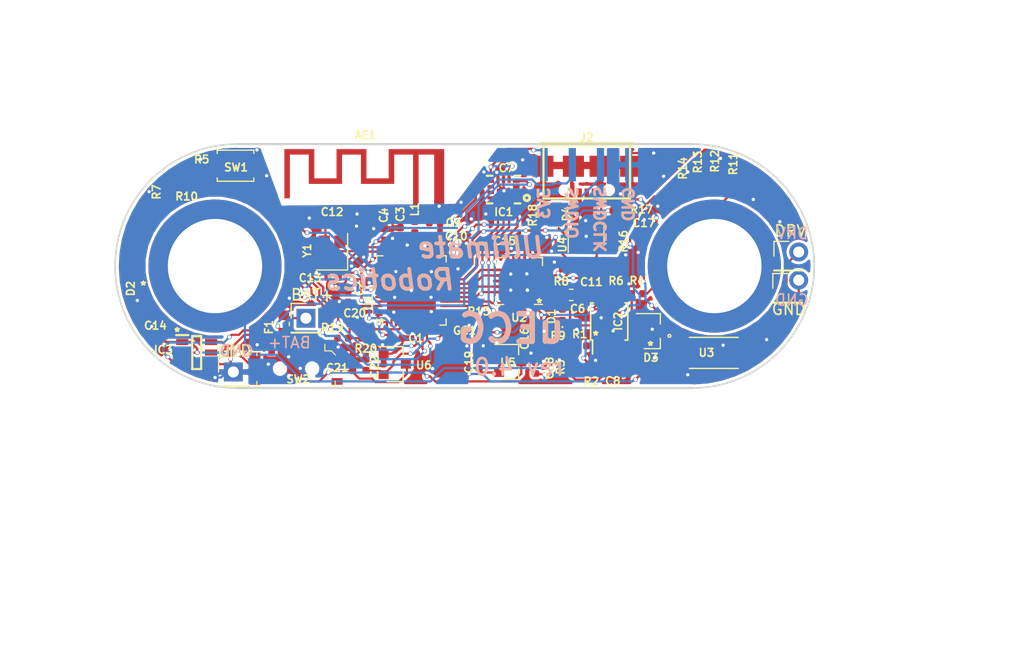
<source format=kicad_pcb>
(kicad_pcb (version 20171130) (host pcbnew 5.1.4-e60b266~84~ubuntu18.04.1)
  (layers (0 F.Cu signal hide) (31 B.Cu signal) (34 B.Paste user) (35 F.Paste user hide) (36 B.SilkS user) (37 F.SilkS user hide) (38 B.Mask user) (39 F.Mask user hide) (44 Edge.Cuts user))
  (net 0 "")
  (net 1 GNDA)
  (net 2 GND)
  (net 3 +BATT)
  (net 4 +3V3)
  (net 5 +3.3VA)
  (net 6 "Net-(AE1-Pad1)")
  (net 7 SWDIO)
  (net 8 SWDCLK)
  (net 9 CH0+)
  (net 10 CH0-)
  (net 11 DR)
  (net 12 F_CLK)
  (net 13 CS)
  (net 14 SCLK)
  (net 15 "Net-(R15-Pad1)")
  (net 16 "Net-(J3-Pad1)")
  (net 17 DRIVER)
  (net 18 BATT_LEVEL)
  (net 19 "Net-(R17-Pad2)")
  (net 20 BMI_CS)
  (net 21 "Net-(J4-Pad1)")
  (net 22 +3.3VP)
  (net 23 BMI_INT1)
  (net 24 AMP_PWR)
  (net 25 CH1+)
  (net 26 "Net-(E+1-Pad1)")
  (net 27 "Net-(E-1-Pad1)")
  (net 28 "Net-(R12-Pad2)")
  (net 29 MOSI)
  (net 30 MISO)
  (net 31 "Net-(C1-Pad1)")
  (net 32 "Net-(C2-Pad1)")
  (net 33 "Net-(C3-Pad1)")
  (net 34 "Net-(C6-Pad1)")
  (net 35 "Net-(C8-Pad2)")
  (net 36 "Net-(C10-Pad1)")
  (net 37 "Net-(C12-Pad2)")
  (net 38 "Net-(C13-Pad2)")
  (net 39 "Net-(C15-Pad2)")
  (net 40 "Net-(C17-Pad2)")
  (net 41 "Net-(D2-Pad1)")
  (net 42 "Net-(D2-Pad2)")
  (net 43 "Net-(D2-Pad4)")
  (net 44 IN2)
  (net 45 "Net-(D4-Pad1)")
  (net 46 "Net-(D4-Pad2)")
  (net 47 "Net-(IC2-Pad1)")
  (net 48 "Net-(R5-Pad2)")
  (net 49 "Net-(R7-Pad2)")
  (net 50 "Net-(R10-Pad2)")
  (net 51 "Net-(R11-Pad2)")
  (net 52 "Net-(R13-Pad2)")
  (net 53 "Net-(R18-Pad1)")
  (net 54 "Net-(SW1-Pad1)")
  (net 55 "Net-(F1-Pad1)")
  (net 56 "Net-(F1-Pad2)")
  (module ultimate_library:Slider_Switch_ali (layer F.Cu) (at 105.3 109.25 180)
    (fp_text reference SW2 (at -0.2 -0.95 180) (layer F.SilkS) (effects (font (size 0.7 0.7))))
    (fp_text value SW_SPDT)
    (pad 0 smd rect (at 3.7 1.15 180) (size 1 0.6) (layers F.Cu F.Paste F.Mask))
    (pad 0 smd rect (at 3.7 -1.15 180) (size 1 0.6) (layers F.Cu F.Paste F.Mask))
    (pad 0 smd rect (at -3.7 1.15 180) (size 1 0.6) (layers F.Cu F.Paste F.Mask))
    (pad 0 smd rect (at -3.7 -1.15 180) (size 1 0.6) (layers F.Cu F.Paste F.Mask))
    (pad "" np_thru_hole circle (at 1.45 0 180) (size 0.8 0.8) (drill 0.8) (layers *.Cu *.Mask))
    (pad "" np_thru_hole circle (at -1.45 0 180) (size 0.8 0.8) (drill 0.8) (layers *.Cu *.Mask))
    (pad 1 smd rect (at -2.2 1.85 180) (size 0.6 1) (layers F.Cu F.Paste F.Mask) (net 55 "Net-(F1-Pad1)"))
    (pad 2 smd rect (at -0.7 1.85 180) (size 0.6 1) (layers F.Cu F.Paste F.Mask) (net 3 +BATT))
    (pad 3 smd rect (at 2.2 1.85 180) (size 0.6 1) (layers F.Cu F.Paste F.Mask))
  )
  (module Package_SO:MSOP-8_3x3mm_P0.65mm (layer F.Cu) (at 133.525 105 90)
    (fp_text reference IC2 (at 0.02 0.805 90) (layer F.SilkS) (effects (font (size 0.7 0.7))))
    (fp_text value AD8606ARZ)
    (pad 8 smd rect (at 2.2 -0.975 90) (size 1.45 0.45) (layers F.Cu F.Paste F.Mask) (net 5 +3.3VA))
    (pad 7 smd rect (at 2.2 -0.325 90) (size 1.45 0.45) (layers F.Cu F.Paste F.Mask) (net 34 "Net-(C6-Pad1)"))
    (pad 6 smd rect (at 2.2 0.325 90) (size 1.45 0.45) (layers F.Cu F.Paste F.Mask) (net 34 "Net-(C6-Pad1)"))
    (pad 5 smd rect (at 2.2 0.975 90) (size 1.45 0.45) (layers F.Cu F.Paste F.Mask) (net 44 IN2))
    (pad 4 smd rect (at -2.2 0.975 90) (size 1.45 0.45) (layers F.Cu F.Paste F.Mask) (net 1 GNDA))
    (pad 3 smd rect (at -2.2 0.325 90) (size 1.45 0.45) (layers F.Cu F.Paste F.Mask) (net 35 "Net-(C8-Pad2)"))
    (pad 2 smd rect (at -2.2 -0.325 90) (size 1.45 0.45) (layers F.Cu F.Paste F.Mask) (net 47 "Net-(IC2-Pad1)"))
    (pad 1 smd rect (at -2.2 -0.975 90) (size 1.45 0.45) (layers F.Cu F.Paste F.Mask) (net 47 "Net-(IC2-Pad1)"))
  )
  (module ultimate_library:QFN-48-1EP_6x6mm_Pitch0.4mm (layer F.Cu) (at 115.7 102.2 90)
    (fp_text reference U1 (at -1.08 -3.86 90) (layer F.SilkS) (effects (font (size 0.7 0.7))))
    (fp_text value nRF52832-QFxx)
    (pad 1 smd rect (at -2.925 -2.2 90) (size 0.65 0.2) (layers F.Cu F.Paste F.Mask) (net 31 "Net-(C1-Pad1)"))
    (pad 2 smd rect (at -2.925 -1.8 90) (size 0.65 0.2) (layers F.Cu F.Paste F.Mask))
    (pad 3 smd rect (at -2.925 -1.4 90) (size 0.65 0.2) (layers F.Cu F.Paste F.Mask))
    (pad 4 smd rect (at -2.925 -1 90) (size 0.65 0.2) (layers F.Cu F.Paste F.Mask) (net 18 BATT_LEVEL))
    (pad 5 smd rect (at -2.925 -0.6 90) (size 0.65 0.2) (layers F.Cu F.Paste F.Mask))
    (pad 6 smd rect (at -2.925 -0.2 90) (size 0.65 0.2) (layers F.Cu F.Paste F.Mask))
    (pad 7 smd rect (at -2.925 0.2 90) (size 0.65 0.2) (layers F.Cu F.Paste F.Mask))
    (pad 8 smd rect (at -2.925 0.6 90) (size 0.65 0.2) (layers F.Cu F.Paste F.Mask) (net 48 "Net-(R5-Pad2)"))
    (pad 9 smd rect (at -2.925 1 90) (size 0.65 0.2) (layers F.Cu F.Paste F.Mask) (net 49 "Net-(R7-Pad2)"))
    (pad 10 smd rect (at -2.925 1.4 90) (size 0.65 0.2) (layers F.Cu F.Paste F.Mask) (net 50 "Net-(R10-Pad2)"))
    (pad 11 smd rect (at -2.925 1.8 90) (size 0.65 0.2) (layers F.Cu F.Paste F.Mask))
    (pad 12 smd rect (at -2.925 2.2 90) (size 0.65 0.2) (layers F.Cu F.Paste F.Mask))
    (pad 13 smd rect (at -2.2 2.925 180) (size 0.65 0.2) (layers F.Cu F.Paste F.Mask) (net 4 +3V3))
    (pad 14 smd rect (at -1.8 2.925 180) (size 0.65 0.2) (layers F.Cu F.Paste F.Mask))
    (pad 15 smd rect (at -1.4 2.925 180) (size 0.65 0.2) (layers F.Cu F.Paste F.Mask) (net 29 MOSI))
    (pad 16 smd rect (at -1 2.925 180) (size 0.65 0.2) (layers F.Cu F.Paste F.Mask) (net 30 MISO))
    (pad 17 smd rect (at -0.6 2.925 180) (size 0.65 0.2) (layers F.Cu F.Paste F.Mask) (net 14 SCLK))
    (pad 18 smd rect (at -0.2 2.925 180) (size 0.65 0.2) (layers F.Cu F.Paste F.Mask) (net 13 CS))
    (pad 19 smd rect (at 0.2 2.925 180) (size 0.65 0.2) (layers F.Cu F.Paste F.Mask) (net 12 F_CLK))
    (pad 20 smd rect (at 0.6 2.925 180) (size 0.65 0.2) (layers F.Cu F.Paste F.Mask) (net 11 DR))
    (pad 21 smd rect (at 1 2.925 180) (size 0.65 0.2) (layers F.Cu F.Paste F.Mask) (net 20 BMI_CS))
    (pad 22 smd rect (at 1.4 2.925 180) (size 0.65 0.2) (layers F.Cu F.Paste F.Mask) (net 17 DRIVER))
    (pad 23 smd rect (at 1.8 2.925 180) (size 0.65 0.2) (layers F.Cu F.Paste F.Mask) (net 23 BMI_INT1))
    (pad 24 smd rect (at 2.2 2.925 180) (size 0.65 0.2) (layers F.Cu F.Paste F.Mask))
    (pad 25 smd rect (at 2.925 2.2 90) (size 0.65 0.2) (layers F.Cu F.Paste F.Mask) (net 8 SWDCLK))
    (pad 26 smd rect (at 2.925 1.8 90) (size 0.65 0.2) (layers F.Cu F.Paste F.Mask) (net 7 SWDIO))
    (pad 27 smd rect (at 2.925 1.4 90) (size 0.65 0.2) (layers F.Cu F.Paste F.Mask))
    (pad 28 smd rect (at 2.925 1 90) (size 0.65 0.2) (layers F.Cu F.Paste F.Mask))
    (pad 29 smd rect (at 2.925 0.6 90) (size 0.65 0.2) (layers F.Cu F.Paste F.Mask))
    (pad 30 smd rect (at 2.925 0.2 90) (size 0.65 0.2) (layers F.Cu F.Paste F.Mask) (net 36 "Net-(C10-Pad1)"))
    (pad 31 smd rect (at 2.925 -0.2 90) (size 0.65 0.2) (layers F.Cu F.Paste F.Mask) (net 2 GND))
    (pad 32 smd rect (at 2.925 -0.6 90) (size 0.65 0.2) (layers F.Cu F.Paste F.Mask))
    (pad 33 smd rect (at 2.925 -1 90) (size 0.65 0.2) (layers F.Cu F.Paste F.Mask) (net 33 "Net-(C3-Pad1)"))
    (pad 34 smd rect (at 2.925 -1.4 90) (size 0.65 0.2) (layers F.Cu F.Paste F.Mask) (net 37 "Net-(C12-Pad2)"))
    (pad 35 smd rect (at 2.925 -1.8 90) (size 0.65 0.2) (layers F.Cu F.Paste F.Mask) (net 38 "Net-(C13-Pad2)"))
    (pad 36 smd rect (at 2.925 -2.2 90) (size 0.65 0.2) (layers F.Cu F.Paste F.Mask) (net 4 +3V3))
    (pad 37 smd rect (at 2.2 -2.925 180) (size 0.65 0.2) (layers F.Cu F.Paste F.Mask))
    (pad 38 smd rect (at 1.8 -2.925 180) (size 0.65 0.2) (layers F.Cu F.Paste F.Mask) (net 54 "Net-(SW1-Pad1)"))
    (pad 39 smd rect (at 1.4 -2.925 180) (size 0.65 0.2) (layers F.Cu F.Paste F.Mask))
    (pad 40 smd rect (at 1 -2.925 180) (size 0.65 0.2) (layers F.Cu F.Paste F.Mask))
    (pad 41 smd rect (at 0.6 -2.925 180) (size 0.65 0.2) (layers F.Cu F.Paste F.Mask))
    (pad 42 smd rect (at 0.2 -2.925 180) (size 0.65 0.2) (layers F.Cu F.Paste F.Mask) (net 24 AMP_PWR))
    (pad 43 smd rect (at -0.2 -2.925 180) (size 0.65 0.2) (layers F.Cu F.Paste F.Mask))
    (pad 44 smd rect (at -0.6 -2.925 180) (size 0.65 0.2) (layers F.Cu F.Paste F.Mask))
    (pad 45 smd rect (at -1 -2.925 180) (size 0.65 0.2) (layers F.Cu F.Paste F.Mask) (net 2 GND))
    (pad 46 smd rect (at -1.4 -2.925 180) (size 0.65 0.2) (layers F.Cu F.Paste F.Mask) (net 32 "Net-(C2-Pad1)"))
    (pad 47 smd rect (at -1.8 -2.925 180) (size 0.65 0.2) (layers F.Cu F.Paste F.Mask))
    (pad 48 smd rect (at -2.2 -2.925 180) (size 0.65 0.2) (layers F.Cu F.Paste F.Mask) (net 4 +3V3))
    (pad 49 smd rect (at 0 0 90) (size 4.4 4.4) (layers F.Cu F.Mask) (net 2 GND))
  )
  (module Buttons_Switches_SMD:SW_SPST_B3U-1000P (layer F.Cu) (at 99.85 90.95)
    (fp_text reference SW1 (at 0.05 0.15) (layer F.SilkS) (effects (font (size 0.7 0.7))))
    (fp_text value SW_Push)
    (pad 1 smd rect (at -1.699999 0) (size 0.9 1.7) (layers F.Cu F.Paste F.Mask) (net 54 "Net-(SW1-Pad1)"))
    (pad 2 smd rect (at 1.699999 0) (size 0.9 1.7) (layers F.Cu F.Paste F.Mask) (net 2 GND))
  )
  (module ultimate_library:LED_RGB_0603 (layer F.Cu) (at 90.5 100 90)
    (fp_text reference D2 (at -2.03 -0.1 90) (layer F.SilkS) (effects (font (size 0.7 0.7))))
    (fp_text value "LED_ARGB(a3)")
    (pad 1 smd rect (at -0.7 -0.45 270) (size 0.7 0.6) (layers F.Cu F.Paste F.Mask) (net 41 "Net-(D2-Pad1)"))
    (pad 2 smd rect (at 0.6 -0.45 270) (size 0.7 0.6) (layers F.Cu F.Paste F.Mask) (net 42 "Net-(D2-Pad2)"))
    (pad 4 smd rect (at 0.6 0.45 270) (size 0.7 0.6) (layers F.Cu F.Paste F.Mask) (net 43 "Net-(D2-Pad4)"))
    (pad 3 smd rect (at -0.7 0.45 270) (size 0.7 0.6) (layers F.Cu F.Paste F.Mask) (net 4 +3V3))
  )
  (module ultimate_library:conn_usb_B_micro_smd_our (layer F.Cu) (at 131.5 91 180)
    (fp_text reference J2 (at 0 2.60096 180) (layer F.SilkS) (effects (font (size 0.7 0.7))))
    (fp_text value USB_B_Micro)
    (pad "" np_thru_hole circle (at -2 -2.15 180) (size 0.6 0.6) (drill 0.6) (layers *.Cu *.Mask F.SilkS))
    (pad "" np_thru_hole circle (at 2 -2.15 180) (size 0.6 0.6) (drill 0.6) (layers *.Cu *.Mask F.SilkS))
    (pad 5 smd rect (at 1.30048 -2.67462 180) (size 0.4 1.35) (layers F.Cu F.Paste F.Mask) (net 2 GND))
    (pad 4 smd rect (at 0.6477 -2.67462 180) (size 0.4 1.35) (layers F.Cu F.Paste F.Mask))
    (pad 3 smd rect (at 0 -2.67462 180) (size 0.4 1.35) (layers F.Cu F.Paste F.Mask))
    (pad 2 smd rect (at -0.6477 -2.67462 180) (size 0.4 1.35) (layers F.Cu F.Paste F.Mask))
    (pad 1 smd rect (at -1.30048 -2.67462 180) (size 0.4 1.35) (layers F.Cu F.Paste F.Mask) (net 40 "Net-(C17-Pad2)"))
    (pad "" smd rect (at -3.9497 0 180) (size 1.89738 1.89738) (layers F.Cu F.Paste F.Mask) (net 2 GND))
    (pad "" smd rect (at 3.9497 0 180) (size 1.9 1.9) (layers F.Cu F.Paste F.Mask) (net 2 GND))
    (pad "" smd rect (at 1.19888 0 180) (size 1.89738 1.89738) (layers F.Cu F.Paste F.Mask) (net 2 GND))
    (pad "" smd rect (at -1.19888 0 180) (size 1.89738 1.89738) (layers F.Cu F.Paste F.Mask) (net 2 GND))
  )
  (module Connector_PinHeader_2.54mm:PinHeader_1x01_P2.54mm_Vertical (layer F.Cu) (at 149.6 102)
    (fp_text reference J4)
    (fp_text value Conn_01x01_Male)
    (pad 1 thru_hole circle (at 1 -0.73) (size 1.7 1.7) (drill 1) (layers *.Cu *.Mask) (net 21 "Net-(J4-Pad1)"))
  )
  (module Inductor_SMD:L_0402_1005Metric (layer F.Cu) (at 116 96.485 270)
    (fp_text reference L1 (at -1.585 0 270) (layer F.SilkS) (effects (font (size 0.7 0.7))))
    (fp_text value 3.9nH)
    (pad 2 smd roundrect (at 0.485 0 270) (size 0.59 0.64) (layers F.Cu F.Paste F.Mask) (net 36 "Net-(C10-Pad1)"))
    (pad 1 smd roundrect (at -0.485 0 270) (size 0.59 0.64) (layers F.Cu F.Paste F.Mask) (net 6 "Net-(AE1-Pad1)"))
  )
  (module ultimate_library:Crystal_SMD_2520-4pin_2.5x2.0mm (layer F.Cu) (at 108.55 98.7 90)
    (fp_text reference Y1 (at 0.1 -2.25 90) (layer F.SilkS) (effects (font (size 0.7 0.7))))
    (fp_text value Crystal_GND24)
    (pad 4 smd rect (at -0.875 -0.7 90) (size 1.15 1) (layers F.Cu F.Paste F.Mask) (net 2 GND))
    (pad 3 smd rect (at 0.875 -0.7 90) (size 1.15 1) (layers F.Cu F.Paste F.Mask) (net 37 "Net-(C12-Pad2)"))
    (pad 2 smd rect (at 0.875 0.7 90) (size 1.15 1) (layers F.Cu F.Paste F.Mask) (net 2 GND))
    (pad 1 smd rect (at -0.875 0.7 90) (size 1.15 1) (layers F.Cu F.Paste F.Mask) (net 38 "Net-(C13-Pad2)"))
  )
  (module Pin_Headers:Pin_Header_Straight_1x01_Pitch2.54mm (layer F.Cu) (at 149.7 99.1)
    (fp_text reference J3)
    (fp_text value Conn_01x01_Male)
    (pad 1 thru_hole circle (at 0.9 -0.37) (size 1.7 1.7) (drill 1) (layers *.Cu *.Mask) (net 16 "Net-(J3-Pad1)"))
  )
  (module Pin_Headers:Pin_Header_Straight_1x01_Pitch2.54mm (layer F.Cu) (at 106.19 104.7)
    (fp_text reference J5)
    (fp_text value Conn_01x01_Male)
    (pad 1 thru_hole rect (at 0 0) (size 1.7 1.7) (drill 1) (layers *.Cu *.Mask) (net 56 "Net-(F1-Pad2)"))
  )
  (module SIP32509DT-T1-GE3:SOT95P284X110-6N (layer F.Cu) (at 96.35 107.8)
    (fp_text reference IC3 (at -3 -0.25) (layer F.SilkS) (effects (font (size 0.7 0.7))))
    (fp_text value SIP32509DT-T1-GE3 hide)
    (pad 1 smd rect (at -1.3 -0.95 90) (size 0.55 1.1) (layers F.Cu F.Paste F.Mask) (net 22 +3.3VP))
    (pad 2 smd rect (at -1.3 0 90) (size 0.55 1.1) (layers F.Cu F.Paste F.Mask) (net 22 +3.3VP))
    (pad 3 smd rect (at -1.3 0.95 90) (size 0.55 1.1) (layers F.Cu F.Paste F.Mask) (net 24 AMP_PWR))
    (pad 4 smd rect (at 1.3 0.95 90) (size 0.55 1.1) (layers F.Cu F.Paste F.Mask) (net 2 GND))
    (pad 5 smd rect (at 1.3 0 90) (size 0.55 1.1) (layers F.Cu F.Paste F.Mask) (net 3 +BATT))
    (pad 6 smd rect (at 1.3 -0.95 90) (size 0.55 1.1) (layers F.Cu F.Paste F.Mask) (net 3 +BATT))
  )
  (module BMI160:PQFN50P300X250X88-14N (layer F.Cu) (at 124 93.1 180)
    (fp_text reference IC1 (at -0.02 -2.03 180) (layer F.SilkS) (effects (font (size 0.7 0.7))))
    (fp_text value BMI160 hide)
    (pad 1 smd rect (at -1.15 -0.75 270) (size 0.3 0.6) (layers F.Cu F.Paste F.Mask) (net 30 MISO))
    (pad 2 smd rect (at -1.15 -0.25 270) (size 0.3 0.6) (layers F.Cu F.Paste F.Mask))
    (pad 3 smd rect (at -1.15 0.25 270) (size 0.3 0.6) (layers F.Cu F.Paste F.Mask))
    (pad 4 smd rect (at -1.15 0.75 270) (size 0.3 0.6) (layers F.Cu F.Paste F.Mask) (net 23 BMI_INT1))
    (pad 5 smd rect (at -0.5 0.9 180) (size 0.3 0.6) (layers F.Cu F.Paste F.Mask) (net 4 +3V3))
    (pad 6 smd rect (at 0 0.9 180) (size 0.3 0.6) (layers F.Cu F.Paste F.Mask) (net 2 GND))
    (pad 7 smd rect (at 0.5 0.9 180) (size 0.3 0.6) (layers F.Cu F.Paste F.Mask) (net 2 GND))
    (pad 8 smd rect (at 1.15 0.75 270) (size 0.3 0.6) (layers F.Cu F.Paste F.Mask) (net 4 +3V3))
    (pad 9 smd rect (at 1.15 0.25 270) (size 0.3 0.6) (layers F.Cu F.Paste F.Mask))
    (pad 10 smd rect (at 1.15 -0.25 270) (size 0.3 0.6) (layers F.Cu F.Paste F.Mask))
    (pad 11 smd rect (at 1.15 -0.75 270) (size 0.3 0.6) (layers F.Cu F.Paste F.Mask))
    (pad 12 smd rect (at 0.5 -0.9 180) (size 0.3 0.6) (layers F.Cu F.Paste F.Mask) (net 20 BMI_CS))
    (pad 13 smd rect (at 0 -0.9 180) (size 0.3 0.6) (layers F.Cu F.Paste F.Mask) (net 14 SCLK))
    (pad 14 smd rect (at -0.5 -0.9 180) (size 0.3 0.6) (layers F.Cu F.Paste F.Mask) (net 29 MOSI))
  )
  (module VOS617B-7T:SOIC127P700X210-4N (layer F.Cu) (at 142.95 107.83)
    (fp_text reference U3 (at -0.66 -0.02) (layer F.SilkS) (effects (font (size 0.7 0.7))))
    (fp_text value VOS617B-7T)
    (pad 1 smd rect (at -3.085 -0.635 90) (size 0.64 1.84) (layers F.Cu F.Paste F.Mask) (net 19 "Net-(R17-Pad2)"))
    (pad 2 smd rect (at -3.085 0.635 90) (size 0.64 1.84) (layers F.Cu F.Paste F.Mask) (net 2 GND))
    (pad 4 smd rect (at 3.085 -0.635 90) (size 0.64 1.84) (layers F.Cu F.Paste F.Mask) (net 16 "Net-(J3-Pad1)"))
    (pad 3 smd rect (at 3.085 0.635 90) (size 0.64 1.84) (layers F.Cu F.Paste F.Mask) (net 21 "Net-(J4-Pad1)"))
  )
  (module Capacitor_SMD:C_0402_1005Metric (layer F.Cu) (at 133.9 109.4 180)
    (fp_text reference C8 (at 0.05 -0.97 180) (layer F.SilkS) (effects (font (size 0.7 0.7))))
    (fp_text value 100n)
    (pad 1 smd roundrect (at -0.485 0 180) (size 0.59 0.64) (layers F.Cu F.Paste F.Mask) (net 1 GNDA))
    (pad 2 smd roundrect (at 0.485 0 180) (size 0.59 0.64) (layers F.Cu F.Paste F.Mask) (net 35 "Net-(C8-Pad2)"))
  )
  (module Capacitor_SMD:C_0402_1005Metric (layer F.Cu) (at 126.25 97.7)
    (fp_text reference C15 (at -2.15 0.04) (layer F.SilkS) (effects (font (size 0.7 0.7))))
    (fp_text value "100n (NP0)")
    (pad 2 smd roundrect (at 0.485 0) (size 0.59 0.64) (layers F.Cu F.Paste F.Mask) (net 39 "Net-(C15-Pad2)"))
    (pad 1 smd roundrect (at -0.485 0) (size 0.59 0.64) (layers F.Cu F.Paste F.Mask) (net 1 GNDA))
  )
  (module Capacitor_SMD:C_0402_1005Metric (layer F.Cu) (at 110.615 105.2 180)
    (fp_text reference C20 (at 0.025 0.95 180) (layer F.SilkS) (effects (font (size 0.7 0.7))))
    (fp_text value 100n)
    (pad 2 smd roundrect (at 0.485 0 180) (size 0.59 0.64) (layers F.Cu F.Paste F.Mask) (net 18 BATT_LEVEL))
    (pad 1 smd roundrect (at -0.485 0 180) (size 0.59 0.64) (layers F.Cu F.Paste F.Mask) (net 2 GND))
  )
  (module Capacitor_SMD:C_0402_1005Metric (layer F.Cu) (at 126.9 109.2 90)
    (fp_text reference C18 (at 0 1.24 90) (layer F.SilkS) (effects (font (size 0.7 0.7))))
    (fp_text value "1 uF")
    (pad 1 smd roundrect (at -0.485 0 90) (size 0.59 0.64) (layers F.Cu F.Paste F.Mask) (net 2 GND))
    (pad 2 smd roundrect (at 0.485 0 90) (size 0.59 0.64) (layers F.Cu F.Paste F.Mask) (net 22 +3.3VP))
  )
  (module Capacitor_SMD:C_0402_1005Metric (layer F.Cu) (at 110.4 108.95 270)
    (fp_text reference C21 (at 0.23 1.39) (layer F.SilkS) (effects (font (size 0.7 0.7))))
    (fp_text value "1 uF")
    (pad 2 smd roundrect (at 0.485 0 270) (size 0.59 0.64) (layers F.Cu F.Paste F.Mask) (net 3 +BATT))
    (pad 1 smd roundrect (at -0.485 0 270) (size 0.59 0.64) (layers F.Cu F.Paste F.Mask) (net 2 GND))
  )
  (module Capacitor_SMD:C_0402_1005Metric (layer F.Cu) (at 111.6 108.9 270)
    (fp_text reference C22 (at 0.19 -0.78 270) (layer F.SilkS) (effects (font (size 0.7 0.7))))
    (fp_text value "1 uF")
    (pad 2 smd roundrect (at 0.485 0 270) (size 0.59 0.64) (layers F.Cu F.Paste F.Mask) (net 4 +3V3))
    (pad 1 smd roundrect (at -0.485 0 270) (size 0.59 0.64) (layers F.Cu F.Paste F.Mask) (net 2 GND))
  )
  (module Capacitor_SMD:C_0402_1005Metric (layer F.Cu) (at 121.8 108.75 270)
    (fp_text reference C19 (at -0.08 0.91 270) (layer F.SilkS) (effects (font (size 0.7 0.7))))
    (fp_text value "1 uF")
    (pad 2 smd roundrect (at 0.485 0 270) (size 0.59 0.64) (layers F.Cu F.Paste F.Mask) (net 5 +3.3VA))
    (pad 1 smd roundrect (at -0.485 0 270) (size 0.59 0.64) (layers F.Cu F.Paste F.Mask) (net 1 GNDA))
  )
  (module Capacitor_SMD:C_0402_1005Metric (layer F.Cu) (at 117.8 96.1)
    (fp_text reference C9 (at 1.67 -0.01) (layer F.SilkS) (effects (font (size 0.7 0.7))))
    (fp_text value N.C.)
    (pad 1 smd roundrect (at -0.485 0) (size 0.59 0.64) (layers F.Cu F.Paste F.Mask) (net 6 "Net-(AE1-Pad1)"))
    (pad 2 smd roundrect (at 0.485 0) (size 0.59 0.64) (layers F.Cu F.Paste F.Mask) (net 2 GND))
  )
  (module Capacitor_SMD:C_0402_1005Metric (layer F.Cu) (at 108.5 96.1 180)
    (fp_text reference C12 (at -0.05 0.98 180) (layer F.SilkS) (effects (font (size 0.7 0.7))))
    (fp_text value 12p)
    (pad 1 smd roundrect (at -0.485 0 180) (size 0.59 0.64) (layers F.Cu F.Paste F.Mask) (net 2 GND))
    (pad 2 smd roundrect (at 0.485 0 180) (size 0.59 0.64) (layers F.Cu F.Paste F.Mask) (net 37 "Net-(C12-Pad2)"))
  )
  (module Capacitor_SMD:C_0402_1005Metric (layer F.Cu) (at 108.65 101)
    (fp_text reference C13 (at -2.08 0.08) (layer F.SilkS) (effects (font (size 0.7 0.7))))
    (fp_text value 12p)
    (pad 2 smd roundrect (at 0.485 0) (size 0.59 0.64) (layers F.Cu F.Paste F.Mask) (net 38 "Net-(C13-Pad2)"))
    (pad 1 smd roundrect (at -0.485 0) (size 0.59 0.64) (layers F.Cu F.Paste F.Mask) (net 2 GND))
  )
  (module Capacitor_SMD:C_0402_1005Metric (layer F.Cu) (at 117.785 97.3)
    (fp_text reference C10 (at 1.955 0.01) (layer F.SilkS) (effects (font (size 0.7 0.7))))
    (fp_text value "0.8 pF")
    (pad 1 smd roundrect (at -0.485 0) (size 0.59 0.64) (layers F.Cu F.Paste F.Mask) (net 36 "Net-(C10-Pad1)"))
    (pad 2 smd roundrect (at 0.485 0) (size 0.59 0.64) (layers F.Cu F.Paste F.Mask) (net 2 GND))
  )
  (module Capacitor_SMD:C_0402_1005Metric (layer F.Cu) (at 114.35 106.5)
    (fp_text reference C1 (at 1.76 0) (layer F.SilkS) (effects (font (size 0.7 0.7))))
    (fp_text value 100n)
    (pad 2 smd roundrect (at 0.485 0) (size 0.59 0.64) (layers F.Cu F.Paste F.Mask) (net 2 GND))
    (pad 1 smd roundrect (at -0.485 0) (size 0.59 0.64) (layers F.Cu F.Paste F.Mask) (net 31 "Net-(C1-Pad1)"))
  )
  (module Capacitor_SMD:C_0402_1005Metric (layer F.Cu) (at 110 102.75 90)
    (fp_text reference C2 (at 0.72 0.99 90) (layer F.SilkS) (effects (font (size 0.7 0.7))))
    (fp_text value "1 uF")
    (pad 1 smd roundrect (at -0.485 0 90) (size 0.59 0.64) (layers F.Cu F.Paste F.Mask) (net 32 "Net-(C2-Pad1)"))
    (pad 2 smd roundrect (at 0.485 0 90) (size 0.59 0.64) (layers F.Cu F.Paste F.Mask) (net 2 GND))
  )
  (module Capacitor_SMD:C_0402_1005Metric (layer F.Cu) (at 114.7 97.05 90)
    (fp_text reference C3 (at 1.72 0 90) (layer F.SilkS) (effects (font (size 0.7 0.7))))
    (fp_text value 100p)
    (pad 2 smd roundrect (at 0.485 0 90) (size 0.59 0.64) (layers F.Cu F.Paste F.Mask) (net 2 GND))
    (pad 1 smd roundrect (at -0.485 0 90) (size 0.59 0.64) (layers F.Cu F.Paste F.Mask) (net 33 "Net-(C3-Pad1)"))
  )
  (module Capacitor_SMD:C_0402_1005Metric (layer F.Cu) (at 113.3 97.15 90)
    (fp_text reference C4 (at 1.73 -0.1 90) (layer F.SilkS) (effects (font (size 0.7 0.7))))
    (fp_text value 100n)
    (pad 1 smd roundrect (at -0.485 0 90) (size 0.59 0.64) (layers F.Cu F.Paste F.Mask) (net 4 +3V3))
    (pad 2 smd roundrect (at 0.485 0 90) (size 0.59 0.64) (layers F.Cu F.Paste F.Mask) (net 2 GND))
  )
  (module Capacitor_SMD:C_0603_1608Metric (layer F.Cu) (at 130.1 102.6 180)
    (fp_text reference C6 (at -0.58 -1.25 180) (layer F.SilkS) (effects (font (size 0.7 0.7))))
    (fp_text value "10 uF")
    (pad 1 smd roundrect (at -0.7875 0 180) (size 0.875 0.95) (layers F.Cu F.Paste F.Mask) (net 34 "Net-(C6-Pad1)"))
    (pad 2 smd roundrect (at 0.7875 0 180) (size 0.875 0.95) (layers F.Cu F.Paste F.Mask) (net 9 CH0+))
  )
  (module Capacitor_SMD:C_0402_1005Metric (layer F.Cu) (at 134.62 96.1 180)
    (fp_text reference C17 (at -2.03 -0.02 180) (layer F.SilkS) (effects (font (size 0.7 0.7))))
    (fp_text value "1 uF")
    (pad 1 smd roundrect (at -0.485 0 180) (size 0.59 0.64) (layers F.Cu F.Paste F.Mask) (net 2 GND))
    (pad 2 smd roundrect (at 0.485 0 180) (size 0.59 0.64) (layers F.Cu F.Paste F.Mask) (net 40 "Net-(C17-Pad2)"))
  )
  (module Capacitor_SMD:C_0402_1005Metric (layer F.Cu) (at 92.95 106.35 180)
    (fp_text reference C14 (at 0.32 0.98 180) (layer F.SilkS) (effects (font (size 0.7 0.7))))
    (fp_text value 100n)
    (pad 1 smd roundrect (at -0.485 0 180) (size 0.59 0.64) (layers F.Cu F.Paste F.Mask) (net 22 +3.3VP))
    (pad 2 smd roundrect (at 0.485 0 180) (size 0.59 0.64) (layers F.Cu F.Paste F.Mask) (net 2 GND))
  )
  (module Capacitor_SMD:C_0402_1005Metric (layer F.Cu) (at 124.25 90 180)
    (fp_text reference C7 (at 0 -1.17 180) (layer F.SilkS) (effects (font (size 0.7 0.7))))
    (fp_text value 100n)
    (pad 2 smd roundrect (at 0.485 0 180) (size 0.59 0.64) (layers F.Cu F.Paste F.Mask) (net 4 +3V3))
    (pad 1 smd roundrect (at -0.485 0 180) (size 0.59 0.64) (layers F.Cu F.Paste F.Mask) (net 2 GND))
  )
  (module Capacitor_SMD:C_0402_1005Metric (layer F.Cu) (at 126.73 106.545 90)
    (fp_text reference C16 (at 0.015 -0.83 90) (layer F.SilkS) (effects (font (size 0.7 0.7))))
    (fp_text value 100n)
    (pad 1 smd roundrect (at -0.485 0 90) (size 0.59 0.64) (layers F.Cu F.Paste F.Mask) (net 1 GNDA))
    (pad 2 smd roundrect (at 0.485 0 90) (size 0.59 0.64) (layers F.Cu F.Paste F.Mask) (net 5 +3.3VA))
  )
  (module LED_SMD:LED_0402_1005Metric (layer F.Cu) (at 129.3 104.4 90)
    (fp_text reference D1 (at -0.14 -0.99 90) (layer F.SilkS) (effects (font (size 0.7 0.7))))
    (fp_text value LED)
    (pad 1 smd roundrect (at -0.485 0 90) (size 0.59 0.64) (layers F.Cu F.Paste F.Mask) (net 1 GNDA))
    (pad 2 smd roundrect (at 0.485 0 90) (size 0.59 0.64) (layers F.Cu F.Paste F.Mask) (net 9 CH0+))
  )
  (module Connector_PinHeader_2.54mm:PinHeader_1x01_P2.54mm_Vertical (layer F.Cu) (at 142 100)
    (fp_text reference E+1 (at 0 -2.33) (layer F.SilkS) (effects (font (size 0.7 0.7))))
    (fp_text value Conn_01x01_Male)
    (pad 1 thru_hole circle (at 1 0) (size 12 12) (drill 8.5) (layers *.Cu *.Mask) (net 26 "Net-(E+1-Pad1)"))
  )
  (module Connector_PinHeader_2.54mm:PinHeader_1x01_P2.54mm_Vertical (layer F.Cu) (at 98 100)
    (fp_text reference E-1 (at 0 -2.33) (layer F.SilkS) (effects (font (size 0.7 0.7))))
    (fp_text value Conn_01x01_Male)
    (pad 1 thru_hole circle (at 0 0) (size 12 12) (drill 8.5) (layers *.Cu *.Mask) (net 27 "Net-(E-1-Pad1)"))
  )
  (module Connector_PinHeader_2.54mm:PinHeader_1x01_P2.54mm_Vertical (layer F.Cu) (at 99.65 109.55)
    (fp_text reference J6)
    (fp_text value Conn_01x01_Male)
    (pad 1 thru_hole rect (at 0 0) (size 1.7 1.7) (drill 1) (layers *.Cu *.Mask) (net 2 GND))
  )
  (module Resistor_SMD:R_0402_1005Metric (layer F.Cu) (at 131.9 109.4 180)
    (fp_text reference R2 (at 0 -1 180) (layer F.SilkS) (effects (font (size 0.7 0.7))))
    (fp_text value 510k)
    (pad 2 smd roundrect (at 0.485 0 180) (size 0.59 0.64) (layers F.Cu F.Paste F.Mask) (net 5 +3.3VA))
    (pad 1 smd roundrect (at -0.485 0 180) (size 0.59 0.64) (layers F.Cu F.Paste F.Mask) (net 35 "Net-(C8-Pad2)"))
  )
  (module Resistor_SMD:R_0402_1005Metric (layer F.Cu) (at 130.048 108.966 270)
    (fp_text reference R3 (at 0.144 0.908 270) (layer F.SilkS) (effects (font (size 0.7 0.7))))
    (fp_text value 200k)
    (pad 1 smd roundrect (at -0.485 0 270) (size 0.59 0.64) (layers F.Cu F.Paste F.Mask) (net 1 GNDA))
    (pad 2 smd roundrect (at 0.485 0 270) (size 0.59 0.64) (layers F.Cu F.Paste F.Mask) (net 35 "Net-(C8-Pad2)"))
  )
  (module Resistor_SMD:R_0402_1005Metric (layer F.Cu) (at 130.985 107.19)
    (fp_text reference R1 (at -0.115 -1.05) (layer F.SilkS) (effects (font (size 0.7 0.7))))
    (fp_text value 10)
    (pad 1 smd roundrect (at -0.485 0) (size 0.59 0.64) (layers F.Cu F.Paste F.Mask) (net 10 CH0-))
    (pad 2 smd roundrect (at 0.485 0) (size 0.59 0.64) (layers F.Cu F.Paste F.Mask) (net 47 "Net-(IC2-Pad1)"))
  )
  (module Resistor_SMD:R_0402_1005Metric (layer F.Cu) (at 122.5 105 180)
    (fp_text reference R15 (at 0.73 0.91 180) (layer F.SilkS) (effects (font (size 0.7 0.7))))
    (fp_text value 200k)
    (pad 2 smd roundrect (at 0.485 0 180) (size 0.59 0.64) (layers F.Cu F.Paste F.Mask) (net 4 +3V3))
    (pad 1 smd roundrect (at -0.485 0 180) (size 0.59 0.64) (layers F.Cu F.Paste F.Mask) (net 15 "Net-(R15-Pad1)"))
  )
  (module Resistor_SMD:R_0402_1005Metric (layer F.Cu) (at 141.49 92.66 270)
    (fp_text reference R13 (at -2.04 -0.01 90) (layer F.SilkS) (effects (font (size 0.7 0.7))))
    (fp_text value 10М)
    (pad 1 smd roundrect (at -0.485 0 270) (size 0.59 0.64) (layers F.Cu F.Paste F.Mask) (net 28 "Net-(R12-Pad2)"))
    (pad 2 smd roundrect (at 0.485 0 270) (size 0.59 0.64) (layers F.Cu F.Paste F.Mask) (net 52 "Net-(R13-Pad2)"))
  )
  (module Resistor_SMD:R_0402_1005Metric (layer F.Cu) (at 95.57 91.27)
    (fp_text reference R5 (at 1.23 -0.89) (layer F.SilkS) (effects (font (size 0.7 0.7))))
    (fp_text value 2k)
    (pad 1 smd roundrect (at -0.485 0) (size 0.59 0.64) (layers F.Cu F.Paste F.Mask) (net 41 "Net-(D2-Pad1)"))
    (pad 2 smd roundrect (at 0.485 0) (size 0.59 0.64) (layers F.Cu F.Paste F.Mask) (net 48 "Net-(R5-Pad2)"))
  )
  (module Resistor_SMD:R_0402_1005Metric (layer F.Cu) (at 134.075 100.26)
    (fp_text reference R6 (at 0.065 1.07) (layer F.SilkS) (effects (font (size 0.7 0.7))))
    (fp_text value 22k)
    (pad 1 smd roundrect (at -0.485 0) (size 0.59 0.64) (layers F.Cu F.Paste F.Mask) (net 25 CH1+))
    (pad 2 smd roundrect (at 0.485 0) (size 0.59 0.64) (layers F.Cu F.Paste F.Mask) (net 34 "Net-(C6-Pad1)"))
  )
  (module Resistor_SMD:R_0402_1005Metric (layer F.Cu) (at 134.335 95)
    (fp_text reference R17 (at 2.125 -0.11) (layer F.SilkS) (effects (font (size 0.7 0.7))))
    (fp_text value 2k)
    (pad 2 smd roundrect (at 0.485 0) (size 0.59 0.64) (layers F.Cu F.Paste F.Mask) (net 19 "Net-(R17-Pad2)"))
    (pad 1 smd roundrect (at -0.485 0) (size 0.59 0.64) (layers F.Cu F.Paste F.Mask) (net 17 DRIVER))
  )
  (module Resistor_SMD:R_0402_1005Metric (layer F.Cu) (at 129.1 107.2 180)
    (fp_text reference R9 (at 0.19 0.91 180) (layer F.SilkS) (effects (font (size 0.7 0.7))))
    (fp_text value 100k)
    (pad 2 smd roundrect (at 0.485 0 180) (size 0.59 0.64) (layers F.Cu F.Paste F.Mask) (net 27 "Net-(E-1-Pad1)"))
    (pad 1 smd roundrect (at -0.485 0 180) (size 0.59 0.64) (layers F.Cu F.Paste F.Mask) (net 10 CH0-))
  )
  (module Resistor_SMD:R_0402_1005Metric (layer F.Cu) (at 129.77 100.26 180)
    (fp_text reference R8 (at 0.57 -1.12 180) (layer F.SilkS) (effects (font (size 0.7 0.7))))
    (fp_text value 10k)
    (pad 2 smd roundrect (at 0.485 0 180) (size 0.59 0.64) (layers F.Cu F.Paste F.Mask) (net 25 CH1+))
    (pad 1 smd roundrect (at -0.485 0 180) (size 0.59 0.64) (layers F.Cu F.Paste F.Mask) (net 10 CH0-))
  )
  (module Resistor_SMD:R_0402_1005Metric (layer F.Cu) (at 109.515 106.5)
    (fp_text reference R19 (at -0.955 -0.94) (layer F.SilkS) (effects (font (size 0.7 0.7))))
    (fp_text value 200k)
    (pad 2 smd roundrect (at 0.485 0) (size 0.59 0.64) (layers F.Cu F.Paste F.Mask) (net 18 BATT_LEVEL))
    (pad 1 smd roundrect (at -0.485 0) (size 0.59 0.64) (layers F.Cu F.Paste F.Mask) (net 3 +BATT))
  )
  (module Resistor_SMD:R_0402_1005Metric (layer F.Cu) (at 111.685 106.5)
    (fp_text reference R20 (at -0.095 0.94) (layer F.SilkS) (effects (font (size 0.7 0.7))))
    (fp_text value 100k)
    (pad 1 smd roundrect (at -0.485 0) (size 0.59 0.64) (layers F.Cu F.Paste F.Mask) (net 18 BATT_LEVEL))
    (pad 2 smd roundrect (at 0.485 0) (size 0.59 0.64) (layers F.Cu F.Paste F.Mask) (net 2 GND))
  )
  (module Resistor_SMD:R_0402_1005Metric (layer F.Cu) (at 93.74 92.89 90)
    (fp_text reference R7 (at -0.43 -1.01 90) (layer F.SilkS) (effects (font (size 0.7 0.7))))
    (fp_text value 2k)
    (pad 1 smd roundrect (at -0.485 0 90) (size 0.59 0.64) (layers F.Cu F.Paste F.Mask) (net 42 "Net-(D2-Pad2)"))
    (pad 2 smd roundrect (at 0.485 0 90) (size 0.59 0.64) (layers F.Cu F.Paste F.Mask) (net 49 "Net-(R7-Pad2)"))
  )
  (module Resistor_SMD:R_0402_1005Metric (layer F.Cu) (at 95.305 92.71)
    (fp_text reference R10 (at 0.135 1.01) (layer F.SilkS) (effects (font (size 0.7 0.7))))
    (fp_text value 2k)
    (pad 2 smd roundrect (at 0.485 0) (size 0.59 0.64) (layers F.Cu F.Paste F.Mask) (net 50 "Net-(R10-Pad2)"))
    (pad 1 smd roundrect (at -0.485 0) (size 0.59 0.64) (layers F.Cu F.Paste F.Mask) (net 43 "Net-(D2-Pad4)"))
  )
  (module Package_TO_SOT_SMD:SOT-23 (layer F.Cu) (at 124.6 108.65)
    (fp_text reference U5 (at -0.2 0.05) (layer F.SilkS) (effects (font (size 0.7 0.7))))
    (fp_text value MCP1703A-3302_SOT23)
    (pad 1 smd rect (at -1 -0.95) (size 0.9 0.8) (layers F.Cu F.Paste F.Mask) (net 1 GNDA))
    (pad 2 smd rect (at -1 0.95) (size 0.9 0.8) (layers F.Cu F.Paste F.Mask) (net 5 +3.3VA))
    (pad 3 smd rect (at 1 0) (size 0.9 0.8) (layers F.Cu F.Paste F.Mask) (net 22 +3.3VP))
  )
  (module Package_TO_SOT_SMD:SOT-23 (layer F.Cu) (at 114.2 108.85)
    (fp_text reference U6 (at 2.62 0.09) (layer F.SilkS) (effects (font (size 0.7 0.7))))
    (fp_text value MCP1703A-3302_SOT23)
    (pad 1 smd rect (at -1 -0.95) (size 0.9 0.8) (layers F.Cu F.Paste F.Mask) (net 2 GND))
    (pad 2 smd rect (at -1 0.95) (size 0.9 0.8) (layers F.Cu F.Paste F.Mask) (net 4 +3V3))
    (pad 3 smd rect (at 1 0) (size 0.9 0.8) (layers F.Cu F.Paste F.Mask) (net 3 +BATT))
  )
  (module Resistor_SMD:R_0402_1005Metric (layer F.Cu) (at 140.16 93.27 90)
    (fp_text reference R14 (at 2.08 0 90) (layer F.SilkS) (effects (font (size 0.7 0.7))))
    (fp_text value 10М)
    (pad 1 smd roundrect (at -0.485 0 90) (size 0.59 0.64) (layers F.Cu F.Paste F.Mask) (net 52 "Net-(R13-Pad2)"))
    (pad 2 smd roundrect (at 0.485 0 90) (size 0.59 0.64) (layers F.Cu F.Paste F.Mask) (net 5 +3.3VA))
  )
  (module Capacitor_SMD:C_0402_1005Metric (layer F.Cu) (at 131.935 100.25 180)
    (fp_text reference C11 (at 0.015 -1.19 180) (layer F.SilkS) (effects (font (size 0.7 0.7))))
    (fp_text value "10 nF")
    (pad 2 smd roundrect (at 0.485 0 180) (size 0.59 0.64) (layers F.Cu F.Paste F.Mask) (net 10 CH0-))
    (pad 1 smd roundrect (at -0.485 0 180) (size 0.59 0.64) (layers F.Cu F.Paste F.Mask) (net 25 CH1+))
  )
  (module Package_DFN_QFN:QFN-20-1EP_4x4mm_P0.5mm_EP2.5x2.5mm (layer F.Cu) (at 125.4 101.35 180)
    (fp_text reference U2 (at 0 -3.3 180) (layer F.SilkS) (effects (font (size 0.7 0.7))))
    (fp_text value "MCP3911(QFN)")
    (pad 21 smd roundrect (at 0 0 180) (size 2.5 2.5) (layers F.Cu F.Mask) (roundrect_rratio 0.1) (net 1 GNDA))
    (pad 1 smd roundrect (at -1.9375 -1 180) (size 0.825 0.25) (layers F.Cu F.Paste F.Mask) (net 9 CH0+))
    (pad 2 smd roundrect (at -1.9375 -0.5 180) (size 0.825 0.25) (layers F.Cu F.Paste F.Mask) (net 10 CH0-))
    (pad 3 smd roundrect (at -1.9375 0 180) (size 0.825 0.25) (layers F.Cu F.Paste F.Mask) (net 10 CH0-))
    (pad 4 smd roundrect (at -1.9375 0.5 180) (size 0.825 0.25) (layers F.Cu F.Paste F.Mask) (net 25 CH1+))
    (pad 5 smd roundrect (at -1.9375 1 180) (size 0.825 0.25) (layers F.Cu F.Paste F.Mask) (net 1 GNDA))
    (pad 6 smd roundrect (at -1 1.9375 180) (size 0.25 0.825) (layers F.Cu F.Paste F.Mask) (net 39 "Net-(C15-Pad2)"))
    (pad 7 smd roundrect (at -0.5 1.9375 180) (size 0.25 0.825) (layers F.Cu F.Paste F.Mask) (net 1 GNDA))
    (pad 8 smd roundrect (at 0 1.9375 180) (size 0.25 0.825) (layers F.Cu F.Paste F.Mask) (net 2 GND))
    (pad 9 smd roundrect (at 0.5 1.9375 180) (size 0.25 0.825) (layers F.Cu F.Paste F.Mask))
    (pad 10 smd roundrect (at 1 1.9375 180) (size 0.25 0.825) (layers F.Cu F.Paste F.Mask))
    (pad 11 smd roundrect (at 1.9375 1 180) (size 0.825 0.25) (layers F.Cu F.Paste F.Mask) (net 11 DR))
    (pad 12 smd roundrect (at 1.9375 0.5 180) (size 0.825 0.25) (layers F.Cu F.Paste F.Mask) (net 12 F_CLK))
    (pad 13 smd roundrect (at 1.9375 0 180) (size 0.825 0.25) (layers F.Cu F.Paste F.Mask))
    (pad 14 smd roundrect (at 1.9375 -0.5 180) (size 0.825 0.25) (layers F.Cu F.Paste F.Mask) (net 13 CS))
    (pad 15 smd roundrect (at 1.9375 -1 180) (size 0.825 0.25) (layers F.Cu F.Paste F.Mask) (net 14 SCLK))
    (pad 16 smd roundrect (at 1 -1.9375 180) (size 0.25 0.825) (layers F.Cu F.Paste F.Mask) (net 30 MISO))
    (pad 17 smd roundrect (at 0.5 -1.9375 180) (size 0.25 0.825) (layers F.Cu F.Paste F.Mask) (net 29 MOSI))
    (pad 18 smd roundrect (at 0 -1.9375 180) (size 0.25 0.825) (layers F.Cu F.Paste F.Mask) (net 15 "Net-(R15-Pad1)"))
    (pad 19 smd roundrect (at -0.5 -1.9375 180) (size 0.25 0.825) (layers F.Cu F.Paste F.Mask) (net 4 +3V3))
    (pad 20 smd roundrect (at -1 -1.9375 180) (size 0.25 0.825) (layers F.Cu F.Paste F.Mask) (net 5 +3.3VA))
  )
  (module Package_TO_SOT_SMD:SOT-23 (layer F.Cu) (at 137.37 105.87)
    (fp_text reference D3 (at -0.09 2.39) (layer F.SilkS) (effects (font (size 0.7 0.7))))
    (fp_text value BAV99)
    (pad 1 smd rect (at -1 -0.95) (size 0.9 0.8) (layers F.Cu F.Paste F.Mask) (net 44 IN2))
    (pad 2 smd rect (at -1 0.95) (size 0.9 0.8) (layers F.Cu F.Paste F.Mask) (net 44 IN2))
    (pad 3 smd rect (at 1 0) (size 0.9 0.8) (layers F.Cu F.Paste F.Mask) (net 10 CH0-))
  )
  (module LED_SMD:LED_0402_1005Metric (layer F.Cu) (at 128.83 95.405 90)
    (fp_text reference D4 (at 0.125 0.86 90) (layer F.SilkS) (effects (font (size 0.7 0.7))))
    (fp_text value LED)
    (pad 1 smd roundrect (at -0.485 0 90) (size 0.59 0.64) (layers F.Cu F.Paste F.Mask) (net 45 "Net-(D4-Pad1)"))
    (pad 2 smd roundrect (at 0.485 0 90) (size 0.59 0.64) (layers F.Cu F.Paste F.Mask) (net 46 "Net-(D4-Pad2)"))
  )
  (module ultimate_library:GND_CONN (layer F.Cu) (at 121.29 106.57)
    (fp_text reference GC1 (at -0.8 -0.75) (layer F.SilkS) (effects (font (size 0.7 0.7))))
    (fp_text value GND_CONN)
    (fp_line (start -0.5 0) (end 0.5 0) (layer F.Cu) (width 0.2))
    (pad 1 smd rect (at -0.5 0) (size 0.3 0.3) (layers F.Cu F.Paste F.Mask) (net 2 GND))
    (pad 2 smd rect (at 0.5 0) (size 0.3 0.3) (layers F.Cu F.Paste F.Mask) (net 1 GNDA))
  )
  (module Resistor_SMD:R_0402_1005Metric (layer F.Cu) (at 136.04 102.49)
    (fp_text reference R4 (at 0 -1.17) (layer F.SilkS) (effects (font (size 0.7 0.7))))
    (fp_text value 100k)
    (pad 1 smd roundrect (at -0.485 0) (size 0.59 0.64) (layers F.Cu F.Paste F.Mask) (net 44 IN2))
    (pad 2 smd roundrect (at 0.485 0) (size 0.59 0.64) (layers F.Cu F.Paste F.Mask) (net 26 "Net-(E+1-Pad1)"))
  )
  (module Resistor_SMD:R_0402_1005Metric (layer F.Cu) (at 144.75 92.745 90)
    (fp_text reference R11 (at 1.965 -0.05 90) (layer F.SilkS) (effects (font (size 0.7 0.7))))
    (fp_text value 10М)
    (pad 2 smd roundrect (at 0.485 0 90) (size 0.59 0.64) (layers F.Cu F.Paste F.Mask) (net 51 "Net-(R11-Pad2)"))
    (pad 1 smd roundrect (at -0.485 0 90) (size 0.59 0.64) (layers F.Cu F.Paste F.Mask) (net 26 "Net-(E+1-Pad1)"))
  )
  (module Resistor_SMD:R_0402_1005Metric (layer F.Cu) (at 143.01 92.51 90)
    (fp_text reference R12 (at 1.96 0.04 90) (layer F.SilkS) (effects (font (size 0.7 0.7))))
    (fp_text value 10М)
    (pad 1 smd roundrect (at -0.485 0 90) (size 0.59 0.64) (layers F.Cu F.Paste F.Mask) (net 51 "Net-(R11-Pad2)"))
    (pad 2 smd roundrect (at 0.485 0 90) (size 0.59 0.64) (layers F.Cu F.Paste F.Mask) (net 28 "Net-(R12-Pad2)"))
  )
  (module Resistor_SMD:R_0402_1005Metric (layer F.Cu) (at 133.74 97.605 90)
    (fp_text reference R16 (at -0.165 1.06 90) (layer F.SilkS) (effects (font (size 0.7 0.7))))
    (fp_text value 2k)
    (pad 1 smd roundrect (at -0.485 0 90) (size 0.59 0.64) (layers F.Cu F.Paste F.Mask) (net 46 "Net-(D4-Pad2)"))
    (pad 2 smd roundrect (at 0.485 0 90) (size 0.59 0.64) (layers F.Cu F.Paste F.Mask) (net 40 "Net-(C17-Pad2)"))
  )
  (module Resistor_SMD:R_0402_1005Metric (layer F.Cu) (at 127.61 95.41 90)
    (fp_text reference R18 (at -0.01 -0.98 90) (layer F.SilkS) (effects (font (size 0.7 0.7))))
    (fp_text value 6.8k)
    (pad 2 smd roundrect (at 0.485 0 90) (size 0.59 0.64) (layers F.Cu F.Paste F.Mask) (net 2 GND))
    (pad 1 smd roundrect (at -0.485 0 90) (size 0.59 0.64) (layers F.Cu F.Paste F.Mask) (net 53 "Net-(R18-Pad1)"))
  )
  (module ultimate_library:SWD_CONNECTOR (layer B.Cu) (at 131.47 90.85 270)
    (fp_text reference SC1)
    (fp_text value SWD_CONN)
    (fp_text user GND (at 3.575 -3.81 270) (layer B.SilkS) (effects (font (thickness 0.25)) (justify mirror)))
    (fp_text user SWDCLK (at 4.925 -1.27 270) (layer B.SilkS) (effects (font (thickness 0.25)) (justify mirror)))
    (fp_text user SWDIO (at 4.35 1.27 270) (layer B.SilkS) (effects (font (thickness 0.25)) (justify mirror)))
    (fp_text user 3V3 (at 3.5 3.81 270) (layer B.SilkS) (effects (font (thickness 0.25)) (justify mirror)))
    (pad 1 smd rect (at 0 -3.81 270) (size 3 0.65) (layers B.Cu B.Paste B.Mask) (net 2 GND))
    (pad 2 smd rect (at 0 -1.27 270) (size 3 0.65) (layers B.Cu B.Paste B.Mask) (net 8 SWDCLK))
    (pad 3 smd rect (at 0 1.27 270) (size 3 0.65) (layers B.Cu B.Paste B.Mask) (net 7 SWDIO))
    (pad 4 smd rect (at 0 3.81 270) (size 3 0.65) (layers B.Cu B.Paste B.Mask) (net 4 +3V3))
  )
  (module Package_TO_SOT_SMD:SOT-23-5 (layer F.Cu) (at 131.44 97.22 90)
    (fp_text reference U4 (at -0.85 -2.13 90) (layer F.SilkS) (effects (font (size 0.7 0.7))))
    (fp_text value MCP73831-2-OT)
    (pad 1 smd rect (at -1.1 -0.95 90) (size 1.06 0.65) (layers F.Cu F.Paste F.Mask) (net 45 "Net-(D4-Pad1)"))
    (pad 2 smd rect (at -1.1 0 90) (size 1.06 0.65) (layers F.Cu F.Paste F.Mask) (net 2 GND))
    (pad 3 smd rect (at -1.1 0.95 90) (size 1.06 0.65) (layers F.Cu F.Paste F.Mask) (net 55 "Net-(F1-Pad1)"))
    (pad 4 smd rect (at 1.1 0.95 90) (size 1.06 0.65) (layers F.Cu F.Paste F.Mask) (net 40 "Net-(C17-Pad2)"))
    (pad 5 smd rect (at 1.1 -0.95 90) (size 1.06 0.65) (layers F.Cu F.Paste F.Mask) (net 53 "Net-(R18-Pad1)"))
  )
  (module RF_Antenna:Texas_SWRA117D_2.4GHz_Left (layer F.Cu) (at 116.1 94.6)
    (fp_text reference AE1 (at -4.55 -6.41) (layer F.SilkS) (effects (font (size 0.7 0.7))))
    (fp_text value Antenna)
    (fp_poly (pts (xy -2.45 -2.51) (xy -4.45 -2.51) (xy -4.45 -5.15) (xy -7.15 -5.15) (xy -7.15 -2.51) (xy -9.15 -2.51) (xy -9.15 -5.15) (xy -11.85 -5.15) (xy -11.85 -0.71) (xy -11.35 -0.71) (xy -11.35 -4.65) (xy -9.65 -4.65) (xy -9.65 -2.01) (xy -6.65 -2.01) (xy -6.65 -4.65) (xy -4.95 -4.65) (xy -4.95 -2.01) (xy -1.95 -2.01) (xy -1.95 -4.65) (xy -0.25 -4.65) (xy -0.25 0.25) (xy 0.25 0.25) (xy 0.25 -4.65) (xy 1.65 -4.65) (xy 1.65 0.25) (xy 2.55 0.25) (xy 2.55 0.006785) (xy 2.247583 0.006785) (xy 2.237742 0.054395) (xy 2.213674 0.096797) (xy 2.175731 0.129581) (xy 2.167819 0.133935) (xy 2.125156 0.146043) (xy 2.076637 0.1453) (xy 2.031122 0.1324) (xy 2.012511 0.121787) (xy 1.978868 0.086553) (xy 1.958309 0.041368) (xy 1.951778 -0.008158) (xy 1.960218 -0.056417) (xy 1.977112 -0.088643) (xy 2.012372 -0.121313) (xy 2.057682 -0.141408) (xy 2.107267 -0.147982) (xy 2.155353 -0.140092) (xy 2.188245 -0.123186) (xy 2.223185 -0.086416) (xy 2.242847 -0.041622) (xy 2.247583 0.006785) (xy 2.55 0.006785) (xy 2.55 -5.15) (xy -2.45 -5.15) (xy -2.45 -2.51)) (layer F.Cu) (width 0))
    (pad 2 thru_hole rect (at 2.1 0) (size 0.9 0.5) (drill 0.3) (layers *.Cu) (net 2 GND))
    (pad 1 connect rect (at 0 0) (size 0.5 0.5) (layers F.Cu) (net 6 "Net-(AE1-Pad1)"))
  )
  (module Fuse:Fuse_0603_1608Metric (layer F.Cu) (at 104.19 105.2275 90)
    (fp_text reference F1 (at -0.2925 -1.33 90) (layer F.SilkS) (effects (font (size 0.7 0.7))))
    (fp_text value Fuse_Small)
    (pad 1 smd roundrect (at -0.7875 0 90) (size 0.875 0.95) (layers F.Cu F.Paste F.Mask) (net 55 "Net-(F1-Pad1)"))
    (pad 2 smd roundrect (at 0.7875 0 90) (size 0.875 0.95) (layers F.Cu F.Paste F.Mask) (net 56 "Net-(F1-Pad2)"))
  )
  (gr_text * (at 94.59 105.96) (layer F.SilkS) (effects (font (size 0.7 0.7) (thickness 0.175))))
  (gr_text * (at 113 105.14) (layer F.SilkS) (effects (font (size 0.7 0.7) (thickness 0.175))))
  (gr_text * (at 127.22 103.35) (layer F.SilkS) (effects (font (size 0.7 0.7) (thickness 0.175))))
  (gr_text * (at 132.31 106.28) (layer F.SilkS) (effects (font (size 0.7 0.7) (thickness 0.175))))
  (gr_text * (at 137.24 107.2) (layer F.SilkS) (effects (font (size 0.7 0.7) (thickness 0.175))))
  (gr_text * (at 91.54 101.77) (layer F.SilkS) (effects (font (size 0.7 0.7) (thickness 0.175))))
  (gr_text GND (at 149.7 103.9) (layer F.SilkS) (effects (font (size 1 1))))
  (gr_text DRV (at 149.84 96.83) (layer F.SilkS) (effects (font (size 1 1))))
  (gr_text GND (at 99.75 107.65) (layer F.SilkS) (effects (font (size 1 1))))
  (gr_text BAT+ (at 106.78 102.59) (layer F.SilkS) (effects (font (size 1 1))))
  (gr_arc (start 141 100) (end 141 89) (angle 180) (layer Edge.Cuts) (width 0.15))
  (gr_line (start 100 111) (end 141 111) (layer Edge.Cuts) (width 0.2))
  (gr_text "Ultimate\n            Robotics" (at 122.01 99.79) (layer B.SilkS) (effects (font (size 1.8 1.8) (thickness 0.35) italic) (justify mirror)))
  (gr_text "rev 4.0\n" (at 125.39 109.11) (layer B.SilkS) (effects (font (size 1.5 1.5) (thickness 0.25)) (justify mirror)))
  (gr_text uECG (at 124.68 105.65) (layer B.SilkS) (effects (font (size 2.5 2.5) (thickness 0.5)) (justify mirror)))
  (gr_text DRV (at 150.03 97.06) (layer B.SilkS) (effects (font (size 1 1)) (justify mirror)))
  (gr_text GND (at 149.98 103.06) (layer B.SilkS) (effects (font (size 1 1)) (justify mirror)))
  (gr_text BAT+ (at 104.7 106.9) (layer B.SilkS) (effects (font (size 1 1)) (justify mirror)))
  (gr_text GND (at 99.95 107.65) (layer B.SilkS) (effects (font (size 1 1)) (justify mirror)))
  (gr_line (start 100 89) (end 141 89) (layer Edge.Cuts) (width 0.2))
  (gr_arc (start 100 100) (end 100 89) (angle -180) (layer Edge.Cuts) (width 0.15))
  (via (at 124.65 102.175) (size 0.4) (drill 0.3) (layers F.Cu B.Cu) (net 1))
  (via (at 124.65 100.725) (size 0.4) (drill 0.3) (layers F.Cu B.Cu) (net 1))
  (segment (start 125.95 100.85) (end 125.4 101.4) (width 0.2) (layer F.Cu) (net 1))
  (segment (start 123.3 108) (end 123.6 107.7) (width 0.2) (layer F.Cu) (net 1))
  (segment (start 121.8 108) (end 123.3 108) (width 0.2) (layer F.Cu) (net 1))
  (segment (start 123.6 107.125) (end 123.4 106.925) (width 0.2) (layer F.Cu) (net 1))
  (via (at 123.4 106.925) (size 0.4) (drill 0.3) (layers F.Cu B.Cu) (net 1))
  (segment (start 123.6 107.7) (end 123.6 107.125) (width 0.2) (layer F.Cu) (net 1))
  (segment (start 123.4 106.925) (end 124.325 107.85) (width 0.2) (layer B.Cu) (net 1))
  (segment (start 126.1 100.7) (end 125.4 101.4) (width 0.2) (layer F.Cu) (net 1))
  (via (at 126.1 100.7) (size 0.4) (drill 0.3) (layers F.Cu B.Cu) (net 1))
  (via (at 128.58 99.64) (size 0.4) (drill 0.3) (layers F.Cu B.Cu) (net 1))
  (via (at 122.174 107.188) (size 0.4) (drill 0.3) (layers F.Cu B.Cu) (net 1))
  (via (at 126.15 102.175) (size 0.4) (drill 0.3) (layers F.Cu B.Cu) (net 1))
  (via (at 127.6 108.6) (size 0.4) (drill 0.3) (layers F.Cu B.Cu) (net 1))
  (via (at 127.66 105.88) (size 0.4) (drill 0.3) (layers F.Cu B.Cu) (net 1))
  (via (at 126.15 102.175) (size 0.4) (drill 0.3) (layers F.Cu B.Cu) (net 1))
  (via (at 126.15 102.175) (size 0.4) (drill 0.3) (layers F.Cu B.Cu) (net 1))
  (segment (start 124.325 107.85) (end 126.475 107.85) (width 0.2) (layer B.Cu) (net 1))
  (via (at 126.475 107.85) (size 0.4) (drill 0.3) (layers F.Cu B.Cu) (net 1))
  (segment (start 134.475 109.375) (end 134.45 109.4) (width 0.2) (layer F.Cu) (net 1))
  (segment (start 134.475 107.2) (end 134.475 109.375) (width 0.2) (layer F.Cu) (net 1))
  (via (at 129.032 108.458) (size 0.4) (drill 0.3) (layers F.Cu B.Cu) (net 1))
  (segment (start 130.048 108.516) (end 129.09 108.516) (width 0.2) (layer F.Cu) (net 1))
  (segment (start 129.09 108.516) (end 129.032 108.458) (width 0.2) (layer F.Cu) (net 1))
  (segment (start 129.032 108.458) (end 128.424 107.85) (width 0.2) (layer B.Cu) (net 1))
  (segment (start 127.6 107.95) (end 127.7 107.85) (width 0.2) (layer B.Cu) (net 1))
  (segment (start 128.424 107.85) (end 127.7 107.85) (width 0.2) (layer B.Cu) (net 1))
  (segment (start 127.6 108.6) (end 127.6 107.95) (width 0.2) (layer B.Cu) (net 1))
  (segment (start 127.7 107.85) (end 126.475 107.85) (width 0.2) (layer B.Cu) (net 1))
  (via (at 135.01 98.99) (size 0.4) (drill 0.3) (layers F.Cu B.Cu) (net 1))
  (via (at 135.3 101.6) (size 0.4) (drill 0.3) (layers F.Cu B.Cu) (net 1))
  (via (at 137.4 105.7) (size 0.4) (drill 0.3) (layers F.Cu B.Cu) (net 1))
  (via (at 140.6 109.8) (size 0.4) (drill 0.3) (layers F.Cu B.Cu) (net 1))
  (via (at 132.8 104.66) (size 0.4) (drill 0.3) (layers F.Cu B.Cu) (net 1))
  (via (at 130.6 105.7) (size 0.4) (drill 0.3) (layers F.Cu B.Cu) (net 1))
  (via (at 132.3 108.5) (size 0.4) (drill 0.3) (layers F.Cu B.Cu) (net 1))
  (via (at 147.71 106.63) (size 0.4) (drill 0.3) (layers F.Cu B.Cu) (net 1))
  (via (at 137.9 94.6) (size 0.4) (drill 0.3) (layers F.Cu B.Cu) (net 1))
  (via (at 148.9 96) (size 0.4) (drill 0.3) (layers F.Cu B.Cu) (net 1))
  (segment (start 125.9 97.835) (end 125.9 99.35) (width 0.2) (layer F.Cu) (net 1))
  (segment (start 125.765 97.7) (end 125.9 97.835) (width 0.2) (layer F.Cu) (net 1))
  (segment (start 125.9 100.85) (end 125.4 101.35) (width 0.2) (layer F.Cu) (net 1))
  (segment (start 125.9 99.35) (end 125.9 100.85) (width 0.2) (layer F.Cu) (net 1))
  (segment (start 126.45 100.35) (end 126.1 100.7) (width 0.2) (layer F.Cu) (net 1))
  (segment (start 127.4 100.35) (end 126.45 100.35) (width 0.2) (layer F.Cu) (net 1))
  (via (at 146.51 93.99) (size 0.4) (drill 0.3) (layers F.Cu B.Cu) (net 1))
  (segment (start 145.585 93.82) (end 144.78 93.82) (width 0.2) (layer F.Cu) (net 1))
  (segment (start 144.78 93.82) (end 144.77 93.83) (width 0.2) (layer F.Cu) (net 1))
  (segment (start 135.409999 98.680803) (end 135.97 98.120802) (width 0.2) (layer F.Cu) (net 1))
  (segment (start 135.21 99) (end 135.409999 98.800001) (width 0.2) (layer F.Cu) (net 1))
  (segment (start 135.409999 98.800001) (end 135.409999 98.680803) (width 0.2) (layer F.Cu) (net 1))
  (segment (start 135.97 97.33913) (end 136.68 96.62913) (width 0.2) (layer F.Cu) (net 1))
  (segment (start 135.97 98.120802) (end 135.97 97.33913) (width 0.2) (layer F.Cu) (net 1))
  (segment (start 136.68 95.82) (end 136.68 95.82) (width 0.2) (layer F.Cu) (net 1))
  (segment (start 136.68 96.62913) (end 136.68 95.82) (width 0.2) (layer F.Cu) (net 1))
  (segment (start 122.174 106.954) (end 121.79 106.57) (width 0.2) (layer F.Cu) (net 1))
  (segment (start 122.174 107.188) (end 122.174 106.954) (width 0.2) (layer F.Cu) (net 1))
  (via (at 133.88 105.85) (size 0.4) (drill 0.3) (layers F.Cu B.Cu) (net 1))
  (segment (start 134.5 106.47) (end 133.88 105.85) (width 0.2) (layer F.Cu) (net 1))
  (segment (start 134.5 107.2) (end 134.5 106.47) (width 0.2) (layer F.Cu) (net 1))
  (via (at 137.59 108.29) (size 0.4) (drill 0.3) (layers F.Cu B.Cu) (net 1))
  (via (at 140.61 91.51) (size 0.4) (drill 0.3) (layers F.Cu B.Cu) (net 1))
  (via (at 143.55 90.29) (size 0.4) (drill 0.3) (layers F.Cu B.Cu) (net 1))
  (via (at 143.79 107.14) (size 0.4) (drill 0.3) (layers F.Cu B.Cu) (net 1))
  (segment (start 136.68 95.82) (end 137.9 94.6) (width 0.2) (layer F.Cu) (net 1))
  (via (at 136.68 95.82) (size 0.4) (drill 0.3) (layers F.Cu B.Cu) (net 1))
  (via (at 136.14 98.77) (size 0.4) (drill 0.3) (layers F.Cu B.Cu) (net 1))
  (via (at 117.49 104.11) (size 0.4) (drill 0.3) (layers F.Cu B.Cu) (net 2))
  (via (at 114.11 104.16) (size 0.4) (drill 0.3) (layers F.Cu B.Cu) (net 2))
  (via (at 117.5 100.5) (size 0.4) (drill 0.3) (layers F.Cu B.Cu) (net 2))
  (via (at 114.3 100.5) (size 0.4) (drill 0.3) (layers F.Cu B.Cu) (net 2))
  (segment (start 125 98.4) (end 124.7 98.4) (width 0.2) (layer F.Cu) (net 2))
  (via (at 124.7 98.4) (size 0.4) (drill 0.3) (layers F.Cu B.Cu) (net 2))
  (segment (start 125.4 98.8) (end 125 98.4) (width 0.2) (layer F.Cu) (net 2))
  (segment (start 118.27 96.18) (end 118.35 96.1) (width 0.2) (layer F.Cu) (net 2))
  (segment (start 118.27 97.3) (end 118.27 96.18) (width 0.2) (layer F.Cu) (net 2))
  (segment (start 118.2 95.95) (end 118.35 96.1) (width 0.2) (layer F.Cu) (net 2))
  (segment (start 118.2 94.6) (end 118.2 95.95) (width 0.4) (layer F.Cu) (net 2))
  (segment (start 112.75 108.35) (end 113.2 107.9) (width 0.2) (layer F.Cu) (net 2))
  (segment (start 111.6 108.35) (end 112.75 108.35) (width 0.2) (layer F.Cu) (net 2))
  (segment (start 111.55 108.4) (end 111.6 108.35) (width 0.2) (layer F.Cu) (net 2))
  (segment (start 110.4 108.4) (end 111.55 108.4) (width 0.2) (layer F.Cu) (net 2))
  (segment (start 109.3 102) (end 108.5 102.8) (width 0.2) (layer F.Cu) (net 2))
  (segment (start 110 102) (end 109.3 102) (width 0.2) (layer F.Cu) (net 2))
  (segment (start 114.7 103.2) (end 115.7 102.2) (width 0.2) (layer F.Cu) (net 2))
  (segment (start 112.84 103.2) (end 114.7 103.2) (width 0.2) (layer F.Cu) (net 2))
  (segment (start 107.85 100.75) (end 108.1 101) (width 0.2) (layer F.Cu) (net 2))
  (segment (start 107.85 99.575) (end 107.85 100.75) (width 0.2) (layer F.Cu) (net 2))
  (segment (start 115.5 102) (end 115.7 102.2) (width 0.2) (layer F.Cu) (net 2))
  (segment (start 115.5 99.34) (end 115.5 102) (width 0.2) (layer F.Cu) (net 2))
  (segment (start 113.85 107.9) (end 113.2 107.9) (width 0.2) (layer F.Cu) (net 2))
  (segment (start 113.95 107.9) (end 113.85 107.9) (width 0.2) (layer F.Cu) (net 2))
  (segment (start 114.9 106.95) (end 113.95 107.9) (width 0.2) (layer F.Cu) (net 2))
  (segment (start 114.9 106.5) (end 114.9 106.95) (width 0.2) (layer F.Cu) (net 2))
  (segment (start 112.17 106.87) (end 113.2 107.9) (width 0.2) (layer F.Cu) (net 2))
  (segment (start 112.17 106.5) (end 112.17 106.87) (width 0.2) (layer F.Cu) (net 2))
  (segment (start 113.4 96.5) (end 113.3 96.6) (width 0.2) (layer F.Cu) (net 2))
  (segment (start 114.7 96.5) (end 113.4 96.5) (width 0.2) (layer F.Cu) (net 2))
  (segment (start 109.25 96.3) (end 109.05 96.1) (width 0.2) (layer F.Cu) (net 2))
  (segment (start 109.25 97.825) (end 109.25 96.3) (width 0.2) (layer F.Cu) (net 2))
  (via (at 115.7 102.2) (size 0.4) (drill 0.3) (layers F.Cu B.Cu) (net 2))
  (segment (start 116.8 101.1) (end 115.7 102.2) (width 0.2) (layer B.Cu) (net 2))
  (segment (start 116.8 100.37) (end 116.8 101.1) (width 0.2) (layer B.Cu) (net 2))
  (segment (start 130.2 93.84962) (end 130.2 93.37462) (width 0.2) (layer F.Cu) (net 2))
  (segment (start 124.7 98.4) (end 126.9 98.4) (width 0.2) (layer B.Cu) (net 2))
  (segment (start 126.9 98.4) (end 127.9 97.4) (width 0.2) (layer B.Cu) (net 2))
  (via (at 127.9 97.4) (size 0.4) (drill 0.3) (layers F.Cu B.Cu) (net 2))
  (via (at 126.18 95.83) (size 0.4) (drill 0.3) (layers F.Cu B.Cu) (net 2))
  (segment (start 130.2 94.24962) (end 130.2 93.37462) (width 0.2) (layer F.Cu) (net 2))
  (segment (start 130.2 94.3) (end 130.2 94.24962) (width 0.2) (layer F.Cu) (net 2))
  (segment (start 130.19952 93.67462) (end 130.19952 94.54962) (width 0.2) (layer F.Cu) (net 2))
  (segment (start 130.19952 94.54962) (end 131.4 95.7501) (width 0.2) (layer F.Cu) (net 2))
  (segment (start 131.4 95.7501) (end 131.4 95.9) (width 0.2) (layer F.Cu) (net 2))
  (via (at 131.4 95.9) (size 0.4) (drill 0.3) (layers F.Cu B.Cu) (net 2))
  (segment (start 131.45 98.4) (end 131.45 97.27554) (width 0.2) (layer F.Cu) (net 2))
  (segment (start 131.45 97.27554) (end 131.61277 97.11277) (width 0.2) (layer F.Cu) (net 2))
  (segment (start 128.70078 90.7) (end 130.3016 90.7) (width 0.2) (layer F.Cu) (net 2))
  (segment (start 127.55078 90.7) (end 128.70078 90.7) (width 0.2) (layer F.Cu) (net 2))
  (segment (start 130.3016 90.7) (end 132.69936 90.7) (width 0.2) (layer F.Cu) (net 2))
  (segment (start 132.69936 90.7) (end 135.45018 90.7) (width 0.2) (layer F.Cu) (net 2))
  (segment (start 130.2 90.8016) (end 130.3016 90.7) (width 0.2) (layer F.Cu) (net 2))
  (segment (start 130.2 93.37462) (end 130.2 90.8016) (width 0.2) (layer F.Cu) (net 2))
  (via (at 112.3 96.625) (size 0.4) (drill 0.3) (layers F.Cu B.Cu) (net 2))
  (segment (start 112.325 96.6) (end 112.3 96.625) (width 0.2) (layer F.Cu) (net 2))
  (segment (start 113.3 96.6) (end 112.325 96.6) (width 0.2) (layer F.Cu) (net 2))
  (via (at 92.3 105.45) (size 0.4) (drill 0.3) (layers F.Cu B.Cu) (net 2))
  (via (at 102.65 91.85) (size 0.4) (drill 0.3) (layers F.Cu B.Cu) (net 2))
  (via (at 106.5 95.675) (size 0.4) (drill 0.3) (layers F.Cu B.Cu) (net 2))
  (via (at 110.75 96.4) (size 0.4) (drill 0.3) (layers F.Cu B.Cu) (net 2))
  (via (at 120.175 94.25) (size 0.4) (drill 0.3) (layers F.Cu B.Cu) (net 2))
  (via (at 137.53 89.81) (size 0.4) (drill 0.3) (layers F.Cu B.Cu) (net 2))
  (segment (start 120.2 97.5) (end 120 97.3) (width 0.2) (layer F.Cu) (net 2))
  (via (at 115.8 106.1) (size 0.4) (drill 0.3) (layers F.Cu B.Cu) (net 2))
  (segment (start 115.4 106.5) (end 115.8 106.1) (width 0.2) (layer F.Cu) (net 2))
  (segment (start 114.9 106.5) (end 115.4 106.5) (width 0.2) (layer F.Cu) (net 2))
  (via (at 120.9 105.35) (size 0.4) (drill 0.3) (layers F.Cu B.Cu) (net 2))
  (via (at 120.7 107.2) (size 0.4) (drill 0.3) (layers F.Cu B.Cu) (net 2))
  (via (at 113.5 95.3) (size 0.4) (drill 0.3) (layers F.Cu B.Cu) (net 2))
  (via (at 119.9 100.25) (size 0.4) (drill 0.3) (layers F.Cu B.Cu) (net 2))
  (via (at 110.825 104.620001) (size 0.4) (drill 0.3) (layers F.Cu B.Cu) (net 2))
  (segment (start 111.1 104.895001) (end 110.825 104.620001) (width 0.2) (layer F.Cu) (net 2))
  (segment (start 111.1 105.2) (end 111.1 104.895001) (width 0.2) (layer F.Cu) (net 2))
  (segment (start 123.5 92.2) (end 123.5 91.7) (width 0.2) (layer F.Cu) (net 2))
  (segment (start 124 92.2) (end 124 91.2) (width 0.2) (layer F.Cu) (net 2))
  (segment (start 124 91.2) (end 123.5 91.2) (width 0.2) (layer F.Cu) (net 2))
  (segment (start 123.5 91.2) (end 123.5 91.7) (width 0.2) (layer F.Cu) (net 2))
  (segment (start 127.5503 90.75) (end 127.25 90.75) (width 0.2) (layer F.Cu) (net 2))
  (segment (start 127.25 90.75) (end 126.6 90.1) (width 0.2) (layer F.Cu) (net 2))
  (segment (start 119.6 106.1) (end 120.7 107.2) (width 0.2) (layer B.Cu) (net 2))
  (segment (start 115.8 106.1) (end 119.6 106.1) (width 0.2) (layer B.Cu) (net 2))
  (via (at 135.89 110.236) (size 0.4) (drill 0.3) (layers F.Cu B.Cu) (net 2))
  (via (at 120.904 109.728) (size 0.4) (drill 0.3) (layers F.Cu B.Cu) (net 2))
  (segment (start 120.904 107.404) (end 120.7 107.2) (width 0.2) (layer F.Cu) (net 2))
  (segment (start 120.904 109.728) (end 120.904 107.404) (width 0.2) (layer F.Cu) (net 2))
  (via (at 135.8 94.5) (size 0.4) (drill 0.3) (layers F.Cu B.Cu) (net 2))
  (segment (start 135.89 110.236) (end 135.764 110.236) (width 0.2) (layer B.Cu) (net 2))
  (segment (start 135.764 110.236) (end 135.6 110.4) (width 0.2) (layer B.Cu) (net 2))
  (segment (start 122.128 109.728) (end 120.904 109.728) (width 0.2) (layer B.Cu) (net 2))
  (segment (start 122.8 110.4) (end 122.128 109.728) (width 0.2) (layer B.Cu) (net 2))
  (segment (start 124.75 90) (end 124.8 90) (width 0.2) (layer F.Cu) (net 2))
  (segment (start 124 90.75) (end 124.75 90) (width 0.2) (layer F.Cu) (net 2))
  (segment (start 124 91.2) (end 124 90.75) (width 0.2) (layer F.Cu) (net 2))
  (segment (start 126.8003 90) (end 127.5503 90.75) (width 0.2) (layer F.Cu) (net 2))
  (segment (start 124.8 90) (end 126.8003 90) (width 0.2) (layer F.Cu) (net 2))
  (via (at 110.3 100) (size 0.4) (drill 0.3) (layers F.Cu B.Cu) (net 2))
  (via (at 111.4 99.2) (size 0.4) (drill 0.3) (layers F.Cu B.Cu) (net 2))
  (via (at 110.6 102) (size 0.4) (drill 0.3) (layers F.Cu B.Cu) (net 2))
  (via (at 111.9 101.5) (size 0.4) (drill 0.3) (layers F.Cu B.Cu) (net 2))
  (segment (start 110.4 102.2) (end 110.6 102) (width 0.2) (layer F.Cu) (net 2))
  (segment (start 110 102.2) (end 110.4 102.2) (width 0.2) (layer F.Cu) (net 2))
  (via (at 104.7 102.9) (size 0.4) (drill 0.3) (layers F.Cu B.Cu) (net 2))
  (via (at 91 103.1) (size 0.4) (drill 0.3) (layers F.Cu B.Cu) (net 2))
  (via (at 92.06 93.29) (size 0.4) (drill 0.3) (layers F.Cu B.Cu) (net 2))
  (via (at 96.71 90.38) (size 0.4) (drill 0.3) (layers F.Cu B.Cu) (net 2))
  (via (at 98 110.05) (size 0.4) (drill 0.3) (layers F.Cu B.Cu) (net 2))
  (via (at 101.8 107.1) (size 0.4) (drill 0.3) (layers F.Cu B.Cu) (net 2))
  (via (at 104.64 108.18) (size 0.4) (drill 0.3) (layers F.Cu B.Cu) (net 2))
  (via (at 122.4 95.3) (size 0.4) (drill 0.3) (layers F.Cu B.Cu) (net 2))
  (via (at 138.425 91.9) (size 0.4) (drill 0.3) (layers F.Cu B.Cu) (net 2))
  (via (at 114 97.5) (size 0.4) (drill 0.3) (layers F.Cu B.Cu) (net 2))
  (segment (start 114 95.8) (end 113.5 95.3) (width 0.2) (layer F.Cu) (net 2))
  (segment (start 114 97.5) (end 114 95.8) (width 0.2) (layer F.Cu) (net 2))
  (segment (start 110.4 108.335) (end 110.4 108.4) (width 0.2) (layer F.Cu) (net 2))
  (segment (start 112.135 106.6) (end 110.4 108.335) (width 0.2) (layer F.Cu) (net 2))
  (segment (start 112.135 106.5) (end 112.135 106.6) (width 0.2) (layer F.Cu) (net 2))
  (segment (start 110.825 104.620001) (end 109.620001 104.620001) (width 0.2) (layer B.Cu) (net 2))
  (via (at 109.2 103.2) (size 0.4) (drill 0.3) (layers F.Cu B.Cu) (net 2))
  (segment (start 109.620001 104.620001) (end 109.2 104.2) (width 0.2) (layer B.Cu) (net 2))
  (segment (start 109.2 104.2) (end 109.2 103.2) (width 0.2) (layer B.Cu) (net 2))
  (segment (start 108.9 103.2) (end 108.5 102.8) (width 0.2) (layer F.Cu) (net 2))
  (segment (start 109.2 103.2) (end 108.9 103.2) (width 0.2) (layer F.Cu) (net 2))
  (via (at 109.1 107.3) (size 0.4) (drill 0.3) (layers F.Cu B.Cu) (net 2))
  (via (at 113.1 107.1) (size 0.4) (drill 0.3) (layers F.Cu B.Cu) (net 2))
  (segment (start 113.1 107.8) (end 113.2 107.9) (width 0.2) (layer F.Cu) (net 2))
  (segment (start 113.1 107.1) (end 113.1 107.8) (width 0.2) (layer F.Cu) (net 2))
  (segment (start 101.75 90.95) (end 102.65 91.85) (width 0.2) (layer F.Cu) (net 2))
  (segment (start 101.549999 90.95) (end 101.75 90.95) (width 0.2) (layer F.Cu) (net 2))
  (segment (start 99.749999 89.8) (end 100.899999 90.95) (width 0.2) (layer F.Cu) (net 2))
  (segment (start 100.899999 90.95) (end 101.549999 90.95) (width 0.2) (layer F.Cu) (net 2))
  (segment (start 97.4 89.8) (end 99.749999 89.8) (width 0.2) (layer F.Cu) (net 2))
  (segment (start 119.953569 94.449999) (end 119.603558 94.80001) (width 0.2) (layer F.Cu) (net 2))
  (segment (start 119.975001 94.449999) (end 119.953569 94.449999) (width 0.2) (layer F.Cu) (net 2))
  (segment (start 119.603558 94.80001) (end 118.2 94.80001) (width 0.2) (layer F.Cu) (net 2))
  (segment (start 120.175 94.25) (end 119.975001 94.449999) (width 0.2) (layer F.Cu) (net 2))
  (via (at 99.41 108.38) (size 0.4) (drill 0.3) (layers F.Cu B.Cu) (net 2))
  (via (at 127.7 109.8) (size 0.4) (drill 0.3) (layers F.Cu B.Cu) (net 2))
  (segment (start 126.9 109.75) (end 127.65 109.75) (width 0.2) (layer F.Cu) (net 2))
  (segment (start 127.65 109.75) (end 127.7 109.8) (width 0.2) (layer F.Cu) (net 2))
  (segment (start 100 109.5) (end 100.160001 109.660001) (width 0.2) (layer B.Cu) (net 2))
  (segment (start 92.4 105.55) (end 92.3 105.45) (width 0.2) (layer F.Cu) (net 2))
  (segment (start 92.4 106.35) (end 92.4 105.55) (width 0.2) (layer F.Cu) (net 2))
  (segment (start 98.55 110.05) (end 98 110.05) (width 0.2) (layer B.Cu) (net 2))
  (segment (start 99.65 109.55) (end 99.05 109.55) (width 0.2) (layer B.Cu) (net 2))
  (segment (start 99.05 109.55) (end 98.55 110.05) (width 0.2) (layer B.Cu) (net 2))
  (via (at 102.8 108.85) (size 0.4) (drill 0.3) (layers F.Cu B.Cu) (net 2))
  (segment (start 120.399999 97.699999) (end 120.2 97.5) (width 0.2) (layer F.Cu) (net 2))
  (segment (start 119.9 100.25) (end 120.8 99.35) (width 0.2) (layer F.Cu) (net 2))
  (segment (start 120.8 99.35) (end 120.8 98.1) (width 0.2) (layer F.Cu) (net 2))
  (via (at 120.65 97.95) (size 0.4) (drill 0.3) (layers F.Cu B.Cu) (net 2))
  (segment (start 120.65 97.95) (end 120.399999 97.699999) (width 0.2) (layer F.Cu) (net 2))
  (segment (start 120.8 98.1) (end 120.65 97.95) (width 0.2) (layer F.Cu) (net 2))
  (segment (start 124.25 97.95) (end 124.7 98.4) (width 0.2) (layer B.Cu) (net 2))
  (segment (start 120.65 97.95) (end 124.25 97.95) (width 0.2) (layer B.Cu) (net 2))
  (segment (start 127.7 110.35) (end 127.75 110.4) (width 0.2) (layer B.Cu) (net 2))
  (segment (start 127.7 109.8) (end 127.7 110.35) (width 0.2) (layer B.Cu) (net 2))
  (segment (start 135.6 110.4) (end 127.75 110.4) (width 0.2) (layer B.Cu) (net 2))
  (segment (start 127.75 110.4) (end 122.8 110.4) (width 0.2) (layer B.Cu) (net 2))
  (via (at 121.1 95.75) (size 0.4) (drill 0.3) (layers F.Cu B.Cu) (net 2))
  (via (at 110.8 95.3) (size 0.4) (drill 0.3) (layers F.Cu B.Cu) (net 2))
  (segment (start 125.4 99.35) (end 125.4 98.8) (width 0.2) (layer F.Cu) (net 2))
  (segment (start 117.355 100.355) (end 117.5 100.5) (width 0.2) (layer B.Cu) (net 2))
  (segment (start 116.35 100.355) (end 117.355 100.355) (width 0.2) (layer B.Cu) (net 2))
  (segment (start 135.49101 89.81) (end 135.4497 89.85131) (width 0.2) (layer F.Cu) (net 2))
  (segment (start 135.4497 89.85131) (end 135.4497 91) (width 0.2) (layer F.Cu) (net 2))
  (segment (start 137.53 89.81) (end 135.49101 89.81) (width 0.2) (layer F.Cu) (net 2))
  (via (at 125.72 90.42) (size 0.4) (drill 0.3) (layers F.Cu B.Cu) (net 2))
  (via (at 127.4 93.49) (size 0.4) (drill 0.3) (layers F.Cu B.Cu) (net 2))
  (segment (start 135.439168 94.860832) (end 135.600001 94.699999) (width 0.2) (layer F.Cu) (net 2))
  (segment (start 135.439168 95.765832) (end 135.439168 94.860832) (width 0.2) (layer F.Cu) (net 2))
  (segment (start 135.600001 94.699999) (end 135.8 94.5) (width 0.2) (layer F.Cu) (net 2))
  (segment (start 135.105 96.1) (end 135.439168 95.765832) (width 0.2) (layer F.Cu) (net 2))
  (via (at 124.04 93.21) (size 0.4) (drill 0.3) (layers F.Cu B.Cu) (net 2))
  (segment (start 124 92.2) (end 124 93.17) (width 0.2) (layer F.Cu) (net 2))
  (segment (start 124 93.17) (end 124.04 93.21) (width 0.2) (layer F.Cu) (net 2))
  (segment (start 123.5 92.67) (end 124.04 93.21) (width 0.2) (layer F.Cu) (net 2))
  (segment (start 123.5 92.2) (end 123.5 92.67) (width 0.2) (layer F.Cu) (net 2))
  (segment (start 123.5 91.7) (end 123.5 91.7) (width 0.2) (layer F.Cu) (net 2))
  (via (at 123.39 91.55) (size 0.4) (drill 0.3) (layers F.Cu B.Cu) (net 2))
  (segment (start 120.7 106.66) (end 120.79 106.57) (width 0.2) (layer F.Cu) (net 2))
  (segment (start 120.7 107.2) (end 120.7 106.66) (width 0.2) (layer F.Cu) (net 2))
  (segment (start 120.700001 106.210001) (end 120.70999 106.21999) (width 0.2) (layer F.Cu) (net 2))
  (segment (start 120.9 105.35) (end 120.700001 105.549999) (width 0.2) (layer F.Cu) (net 2))
  (segment (start 120.700001 105.549999) (end 120.700001 106.210001) (width 0.2) (layer F.Cu) (net 2))
  (segment (start 120.79 105.639998) (end 120.700001 105.549999) (width 0.2) (layer F.Cu) (net 2))
  (segment (start 120.79 106.57) (end 120.79 105.639998) (width 0.2) (layer F.Cu) (net 2))
  (segment (start 109.58 102.265) (end 110 102.265) (width 0.2) (layer F.Cu) (net 2))
  (segment (start 108.348998 102.265) (end 109.58 102.265) (width 0.2) (layer F.Cu) (net 2))
  (segment (start 108.099999 102.016001) (end 108.348998 102.265) (width 0.2) (layer F.Cu) (net 2))
  (segment (start 108.099999 101.583999) (end 108.099999 102.016001) (width 0.2) (layer F.Cu) (net 2))
  (segment (start 108.165 101.518998) (end 108.099999 101.583999) (width 0.2) (layer F.Cu) (net 2))
  (segment (start 108.165 101) (end 108.165 101.518998) (width 0.2) (layer F.Cu) (net 2))
  (segment (start 127.085 94.925) (end 126.18 95.83) (width 0.2) (layer F.Cu) (net 2))
  (segment (start 127.61 94.925) (end 127.085 94.925) (width 0.2) (layer F.Cu) (net 2))
  (via (at 131.45 97.32) (size 0.4) (drill 0.3) (layers F.Cu B.Cu) (net 2))
  (segment (start 139.265 108.465) (end 139.865 108.465) (width 0.2) (layer F.Cu) (net 2))
  (segment (start 138.67 109.06) (end 139.265 108.465) (width 0.2) (layer F.Cu) (net 2))
  (segment (start 137.066 109.06) (end 138.67 109.06) (width 0.2) (layer F.Cu) (net 2))
  (segment (start 135.89 110.236) (end 137.066 109.06) (width 0.2) (layer F.Cu) (net 2))
  (via (at 107.14 100.57) (size 0.4) (drill 0.3) (layers F.Cu B.Cu) (net 2))
  (segment (start 107.85 99.575) (end 107.85 99.86) (width 0.2) (layer F.Cu) (net 2))
  (segment (start 107.85 99.86) (end 107.14 100.57) (width 0.2) (layer F.Cu) (net 2))
  (segment (start 126.18 95.962842) (end 126.18 95.83) (width 0.2) (layer B.Cu) (net 2))
  (segment (start 127.617158 97.4) (end 126.18 95.962842) (width 0.2) (layer B.Cu) (net 2))
  (segment (start 127.9 97.4) (end 127.617158 97.4) (width 0.2) (layer B.Cu) (net 2))
  (segment (start 98.4 108.85) (end 98.3 108.75) (width 0.2) (layer F.Cu) (net 2))
  (segment (start 99.25 108.85) (end 98.4 108.85) (width 0.2) (layer F.Cu) (net 2))
  (segment (start 99.41 108.38) (end 99.41 108.69) (width 0.2) (layer F.Cu) (net 2))
  (segment (start 98.3 108.75) (end 97.65 108.75) (width 0.2) (layer F.Cu) (net 2))
  (segment (start 99.41 108.69) (end 99.25 108.85) (width 0.2) (layer F.Cu) (net 2))
  (via (at 101.78 89.52) (size 0.4) (drill 0.3) (layers F.Cu B.Cu) (net 2))
  (via (at 122.23 91.51) (size 0.4) (drill 0.3) (layers F.Cu B.Cu) (net 2))
  (via (at 117.47 102.82) (size 0.4) (drill 0.3) (layers F.Cu B.Cu) (net 2))
  (via (at 114.19 102.82) (size 0.4) (drill 0.3) (layers F.Cu B.Cu) (net 2))
  (via (at 116.92 98.17) (size 0.4) (drill 0.3) (layers F.Cu B.Cu) (net 2))
  (via (at 115.32 98.11) (size 0.4) (drill 0.3) (layers F.Cu B.Cu) (net 2))
  (via (at 134.54 93.49) (size 0.4) (drill 0.3) (layers F.Cu B.Cu) (net 2))
  (via (at 93.97 107.55) (size 0.4) (drill 0.3) (layers F.Cu B.Cu) (net 2))
  (via (at 104.66 109.89) (size 0.4) (drill 0.3) (layers F.Cu B.Cu) (net 2))
  (via (at 105.68 109.22) (size 0.4) (drill 0.3) (layers F.Cu B.Cu) (net 2))
  (via (at 117.61 109.25) (size 0.4) (drill 0.3) (layers F.Cu B.Cu) (net 2))
  (via (at 128.33 98.66) (size 0.4) (drill 0.3) (layers F.Cu B.Cu) (net 2))
  (segment (start 115.3 108.95) (end 115.2 108.85) (width 0.2) (layer F.Cu) (net 3))
  (segment (start 110.4 109.5) (end 110.4 109.55) (width 0.2) (layer F.Cu) (net 3))
  (segment (start 110.4 109.55) (end 111 110.15) (width 0.2) (layer F.Cu) (net 3))
  (segment (start 115.3 109.7) (end 115.3 108.95) (width 0.2) (layer F.Cu) (net 3))
  (segment (start 112.460001 110.460001) (end 114.539999 110.460001) (width 0.2) (layer F.Cu) (net 3))
  (segment (start 111 110.15) (end 112.15 110.15) (width 0.2) (layer F.Cu) (net 3))
  (segment (start 112.15 110.15) (end 112.460001 110.460001) (width 0.2) (layer F.Cu) (net 3))
  (segment (start 114.539999 110.460001) (end 115.2 109.8) (width 0.2) (layer F.Cu) (net 3))
  (segment (start 115.2 109.8) (end 115.3 109.7) (width 0.2) (layer F.Cu) (net 3))
  (segment (start 106 108.1) (end 106 107.4) (width 0.2) (layer F.Cu) (net 3))
  (segment (start 109.065 106.6) (end 108.050001 107.614999) (width 0.2) (layer F.Cu) (net 3))
  (segment (start 109.065 106.5) (end 109.065 106.6) (width 0.2) (layer F.Cu) (net 3))
  (segment (start 108.050001 107.614999) (end 108.050001 108.249999) (width 0.2) (layer F.Cu) (net 3))
  (segment (start 107.9 108.4) (end 106.3 108.4) (width 0.2) (layer F.Cu) (net 3))
  (segment (start 108.050001 108.249999) (end 107.9 108.4) (width 0.2) (layer F.Cu) (net 3))
  (segment (start 106.3 108.4) (end 106 108.1) (width 0.2) (layer F.Cu) (net 3))
  (segment (start 109 109.5) (end 107.9 108.4) (width 0.2) (layer F.Cu) (net 3))
  (segment (start 110.4 109.5) (end 109 109.5) (width 0.2) (layer F.Cu) (net 3))
  (segment (start 98.6 106.85) (end 97.65 106.85) (width 0.2) (layer F.Cu) (net 3))
  (segment (start 98.95 107.2) (end 98.6 106.85) (width 0.2) (layer F.Cu) (net 3))
  (segment (start 98.95 107.2) (end 98.95 107.5) (width 0.2) (layer F.Cu) (net 3))
  (segment (start 98.65 107.8) (end 97.65 107.8) (width 0.2) (layer F.Cu) (net 3))
  (segment (start 98.95 107.5) (end 98.65 107.8) (width 0.2) (layer F.Cu) (net 3))
  (segment (start 99.65 107.2) (end 98.95 107.2) (width 0.2) (layer F.Cu) (net 3))
  (segment (start 100.65 106.2) (end 99.65 107.2) (width 0.2) (layer F.Cu) (net 3))
  (segment (start 103.150002 106.2) (end 100.65 106.2) (width 0.2) (layer F.Cu) (net 3))
  (segment (start 104.350002 107.4) (end 103.150002 106.2) (width 0.2) (layer F.Cu) (net 3))
  (segment (start 106 107.4) (end 104.350002 107.4) (width 0.2) (layer F.Cu) (net 3))
  (segment (start 113.325 109.925) (end 113.2 109.8) (width 0.2) (layer F.Cu) (net 4))
  (segment (start 112.85 109.45) (end 113.2 109.8) (width 0.2) (layer F.Cu) (net 4))
  (segment (start 111.6 109.45) (end 112.85 109.45) (width 0.2) (layer F.Cu) (net 4))
  (segment (start 124.930802 105.975) (end 123.425 105.975) (width 0.2) (layer B.Cu) (net 4))
  (via (at 123.425 105.975) (size 0.4) (drill 0.3) (layers F.Cu B.Cu) (net 4))
  (via (at 112.2 99.4) (size 0.4) (drill 0.3) (layers F.Cu B.Cu) (net 4))
  (segment (start 112.26 99.34) (end 112.2 99.4) (width 0.2) (layer F.Cu) (net 4))
  (via (at 112.5 97.8) (size 0.4) (drill 0.3) (layers F.Cu B.Cu) (net 4))
  (segment (start 112.2 98.1) (end 112.5 97.8) (width 0.2) (layer B.Cu) (net 4))
  (segment (start 112.2 99.4) (end 112.2 98.1) (width 0.2) (layer B.Cu) (net 4))
  (segment (start 113.2 97.8) (end 113.3 97.7) (width 0.2) (layer F.Cu) (net 4))
  (segment (start 112.5 97.8) (end 113.2 97.8) (width 0.2) (layer F.Cu) (net 4))
  (via (at 111.9 104.7) (size 0.4) (drill 0.3) (layers F.Cu B.Cu) (net 4))
  (segment (start 112.54 104.7) (end 111.9 104.7) (width 0.2) (layer F.Cu) (net 4))
  (segment (start 112.84 104.4) (end 112.54 104.7) (width 0.2) (layer F.Cu) (net 4))
  (via (at 111.2 103.1) (size 0.4) (drill 0.3) (layers F.Cu B.Cu) (net 4))
  (segment (start 111.9 103.8) (end 111.2 103.1) (width 0.2) (layer B.Cu) (net 4))
  (segment (start 111.9 104.7) (end 111.9 103.8) (width 0.2) (layer B.Cu) (net 4))
  (segment (start 111.2 100.4) (end 112.2 99.4) (width 0.2) (layer F.Cu) (net 4))
  (segment (start 114.075 108.925) (end 113.2 109.8) (width 0.2) (layer F.Cu) (net 4))
  (segment (start 114.075 108.9) (end 114.075 108.925) (width 0.2) (layer F.Cu) (net 4))
  (via (at 119.65 95.775) (size 0.4) (drill 0.3) (layers F.Cu B.Cu) (net 4))
  (segment (start 119.675 95.775) (end 119.65 95.775) (width 0.2) (layer F.Cu) (net 4))
  (segment (start 121.5 93.95) (end 119.675 95.775) (width 0.2) (layer F.Cu) (net 4))
  (segment (start 119.65 96.41) (end 119.8 96.56) (width 0.2) (layer B.Cu) (net 4))
  (segment (start 119.65 95.775) (end 119.65 96.41) (width 0.2) (layer B.Cu) (net 4))
  (segment (start 113.74 96.56) (end 112.5 97.8) (width 0.2) (layer B.Cu) (net 4))
  (segment (start 119.8 96.56) (end 113.74 96.56) (width 0.2) (layer B.Cu) (net 4))
  (segment (start 126.2 104.705802) (end 124.930802 105.975) (width 0.2) (layer B.Cu) (net 4))
  (segment (start 125.95 104) (end 126.2 104.25) (width 0.2) (layer F.Cu) (net 4))
  (via (at 126.2 104.25) (size 0.4) (drill 0.3) (layers F.Cu B.Cu) (net 4))
  (segment (start 126.2 104.25) (end 126.2 104.705802) (width 0.2) (layer B.Cu) (net 4))
  (segment (start 122.35 92.35) (end 121.5 93.2) (width 0.2) (layer F.Cu) (net 4))
  (segment (start 122.85 92.35) (end 122.35 92.35) (width 0.2) (layer F.Cu) (net 4))
  (segment (start 121.5 93.2) (end 121.5 93.95) (width 0.2) (layer F.Cu) (net 4))
  (via (at 124.8 91) (size 0.4) (drill 0.3) (layers F.Cu B.Cu) (net 4))
  (segment (start 124.5 92.2) (end 124.5 91.3) (width 0.2) (layer F.Cu) (net 4))
  (segment (start 124.5 91.3) (end 124.8 91) (width 0.2) (layer F.Cu) (net 4))
  (segment (start 124.8 91) (end 122.9 91) (width 0.2) (layer B.Cu) (net 4))
  (via (at 122.85 91.05) (size 0.4) (drill 0.3) (layers F.Cu B.Cu) (net 4))
  (segment (start 122.9 91) (end 122.85 91.05) (width 0.2) (layer B.Cu) (net 4))
  (segment (start 122.85 91.05) (end 122.85 92.35) (width 0.2) (layer F.Cu) (net 4))
  (segment (start 114.075 108.925) (end 114.075 108.625) (width 0.2) (layer F.Cu) (net 4))
  (segment (start 114.075 108.625) (end 114.8 107.9) (width 0.2) (layer F.Cu) (net 4))
  (via (at 106.1 102.1) (size 0.4) (drill 0.3) (layers F.Cu B.Cu) (net 4))
  (via (at 110.3 101.2) (size 0.4) (drill 0.3) (layers F.Cu B.Cu) (net 4))
  (segment (start 106.1 102.1) (end 107 101.2) (width 0.2) (layer B.Cu) (net 4))
  (segment (start 107 101.2) (end 110.3 101.2) (width 0.2) (layer B.Cu) (net 4))
  (segment (start 110.3 101.2) (end 111.2 101.2) (width 0.2) (layer F.Cu) (net 4))
  (segment (start 111.2 103.1) (end 111.2 101.2) (width 0.2) (layer F.Cu) (net 4))
  (segment (start 111.2 101.2) (end 111.2 100.4) (width 0.2) (layer F.Cu) (net 4))
  (segment (start 91.500001 100.099999) (end 90.95 100.65) (width 0.2) (layer F.Cu) (net 4))
  (segment (start 91.500001 97.099999) (end 91.500001 100.099999) (width 0.2) (layer F.Cu) (net 4))
  (segment (start 93.2 95.5) (end 93.1 95.5) (width 0.2) (layer F.Cu) (net 4))
  (segment (start 93.1 95.5) (end 91.500001 97.099999) (width 0.2) (layer F.Cu) (net 4))
  (segment (start 99.5 93.8) (end 99.1 93.4) (width 0.2) (layer F.Cu) (net 4))
  (segment (start 106.1 102.1) (end 105.4 101.4) (width 0.2) (layer F.Cu) (net 4))
  (segment (start 90.95 100.65) (end 90.95 100.7) (width 0.2) (layer F.Cu) (net 4))
  (segment (start 105.4 101.4) (end 105.4 98.9) (width 0.2) (layer F.Cu) (net 4))
  (segment (start 95.3 93.4) (end 93.2 95.5) (width 0.2) (layer F.Cu) (net 4))
  (segment (start 104.54999 98.04999) (end 104.54999 97.54999) (width 0.2) (layer F.Cu) (net 4))
  (segment (start 104.54999 97.54999) (end 100.8 93.8) (width 0.2) (layer F.Cu) (net 4))
  (segment (start 99.1 93.4) (end 95.3 93.4) (width 0.2) (layer F.Cu) (net 4))
  (segment (start 105.4 98.9) (end 104.54999 98.04999) (width 0.2) (layer F.Cu) (net 4))
  (segment (start 100.8 93.8) (end 99.5 93.8) (width 0.2) (layer F.Cu) (net 4))
  (segment (start 123.7 90.2) (end 122.85 91.05) (width 0.2) (layer F.Cu) (net 4))
  (segment (start 123.7 90) (end 123.7 90.2) (width 0.2) (layer F.Cu) (net 4))
  (via (at 115.6 107.9) (size 0.4) (drill 0.3) (layers F.Cu B.Cu) (net 4))
  (segment (start 115.5 107.9) (end 115.6 107.9) (width 0.2) (layer F.Cu) (net 4))
  (segment (start 114.8 107.9) (end 115.5 107.9) (width 0.2) (layer F.Cu) (net 4))
  (segment (start 115.882842 107.9) (end 116.5 107.282842) (width 0.2) (layer B.Cu) (net 4))
  (segment (start 115.6 107.9) (end 115.882842 107.9) (width 0.2) (layer B.Cu) (net 4))
  (segment (start 115.850001 106.550001) (end 115.150001 106.550001) (width 0.2) (layer B.Cu) (net 4))
  (segment (start 116.5 107.282842) (end 116.5 107.2) (width 0.2) (layer B.Cu) (net 4))
  (segment (start 116.5 107.2) (end 115.850001 106.550001) (width 0.2) (layer B.Cu) (net 4))
  (segment (start 113.3 104.7) (end 111.9 104.7) (width 0.2) (layer B.Cu) (net 4))
  (segment (start 115.150001 106.550001) (end 113.3 104.7) (width 0.2) (layer B.Cu) (net 4))
  (segment (start 125.9 103.95) (end 125.95 104) (width 0.2) (layer F.Cu) (net 4))
  (segment (start 125.9 103.35) (end 125.9 103.95) (width 0.2) (layer F.Cu) (net 4))
  (segment (start 112.325 99.275) (end 112.2 99.4) (width 0.2) (layer F.Cu) (net 4))
  (segment (start 113.5 99.275) (end 112.325 99.275) (width 0.2) (layer F.Cu) (net 4))
  (via (at 118.07 106.55) (size 0.4) (drill 0.3) (layers F.Cu B.Cu) (net 4))
  (segment (start 116.5 107.282842) (end 117.232842 106.55) (width 0.2) (layer B.Cu) (net 4))
  (segment (start 117.232842 106.55) (end 118.07 106.55) (width 0.2) (layer B.Cu) (net 4))
  (segment (start 122.325 105.975) (end 123.425 105.975) (width 0.2) (layer F.Cu) (net 4))
  (segment (start 118.07 106.55) (end 118.56 106.06) (width 0.2) (layer F.Cu) (net 4))
  (segment (start 118.56 104.4) (end 121.55 104.4) (width 0.2) (layer F.Cu) (net 4))
  (segment (start 118.56 106.06) (end 118.56 104.4) (width 0.2) (layer F.Cu) (net 4))
  (segment (start 121.55 104.4) (end 122.05 104.9) (width 0.2) (layer F.Cu) (net 4))
  (segment (start 122.05 104.9) (end 122.05 105.7) (width 0.2) (layer F.Cu) (net 4))
  (segment (start 122.05 105.7) (end 122.325 105.975) (width 0.2) (layer F.Cu) (net 4))
  (via (at 126.7 89.55) (size 0.4) (drill 0.3) (layers F.Cu B.Cu) (net 4))
  (segment (start 126.57999 89.42999) (end 126.7 89.55) (width 0.2) (layer F.Cu) (net 4))
  (segment (start 123.765 90) (end 124.33501 89.42999) (width 0.2) (layer F.Cu) (net 4))
  (segment (start 124.33501 89.42999) (end 126.57999 89.42999) (width 0.2) (layer F.Cu) (net 4))
  (segment (start 126.7 89.55) (end 126.982842 89.55) (width 0.2) (layer B.Cu) (net 4))
  (segment (start 127.66 90.85) (end 127.66 89.89) (width 0.2) (layer B.Cu) (net 4))
  (segment (start 127.32 89.55) (end 126.7 89.55) (width 0.2) (layer B.Cu) (net 4))
  (segment (start 127.66 89.89) (end 127.32 89.55) (width 0.2) (layer B.Cu) (net 4))
  (segment (start 121.9 109.6) (end 121.8 109.5) (width 0.2) (layer F.Cu) (net 5))
  (segment (start 123.6 109.6) (end 121.9 109.6) (width 0.2) (layer F.Cu) (net 5))
  (via (at 132 103.9) (size 0.4) (drill 0.3) (layers F.Cu B.Cu) (net 5))
  (segment (start 132.525 102.8) (end 132.525 103.375) (width 0.2) (layer F.Cu) (net 5))
  (segment (start 132.525 103.375) (end 132 103.9) (width 0.2) (layer F.Cu) (net 5))
  (via (at 127.4 104.4) (size 0.4) (drill 0.3) (layers F.Cu B.Cu) (net 5))
  (segment (start 132 103.9) (end 131.5 104.4) (width 0.2) (layer B.Cu) (net 5))
  (segment (start 127.4 104.682842) (end 127.4 104.4) (width 0.2) (layer F.Cu) (net 5))
  (segment (start 127.4 105.2) (end 127.4 104.682842) (width 0.2) (layer F.Cu) (net 5))
  (segment (start 123.6 109) (end 127.4 105.2) (width 0.2) (layer F.Cu) (net 5))
  (segment (start 123.6 109.6) (end 123.6 109) (width 0.2) (layer F.Cu) (net 5))
  (via (at 131.2 108.3) (size 0.4) (drill 0.3) (layers F.Cu B.Cu) (net 5))
  (segment (start 131.45 109.4) (end 131.45 108.55) (width 0.2) (layer F.Cu) (net 5))
  (segment (start 131.45 108.55) (end 131.2 108.3) (width 0.2) (layer F.Cu) (net 5))
  (segment (start 131.4 108.1) (end 131.4 104.4) (width 0.2) (layer B.Cu) (net 5))
  (segment (start 131.2 108.3) (end 131.4 108.1) (width 0.2) (layer B.Cu) (net 5))
  (segment (start 131.5 104.4) (end 131.4 104.4) (width 0.2) (layer B.Cu) (net 5))
  (segment (start 131.4 104.4) (end 127.4 104.4) (width 0.2) (layer B.Cu) (net 5))
  (segment (start 127.4 104.25) (end 127.4 104.4) (width 0.2) (layer F.Cu) (net 5))
  (segment (start 126.5 103.35) (end 127.4 104.25) (width 0.2) (layer F.Cu) (net 5))
  (segment (start 126.4 103.35) (end 126.5 103.35) (width 0.2) (layer F.Cu) (net 5))
  (via (at 135.4 98.01) (size 0.4) (drill 0.3) (layers F.Cu B.Cu) (net 5))
  (segment (start 135.4 98.01) (end 135.4 97.4) (width 0.2) (layer F.Cu) (net 5))
  (segment (start 135.4 97.4) (end 136.05 96.75) (width 0.2) (layer F.Cu) (net 5))
  (segment (start 136.05 96.75) (end 136.05 95.27) (width 0.2) (layer F.Cu) (net 5))
  (segment (start 136.05 95.27) (end 137.605 93.715) (width 0.2) (layer F.Cu) (net 5))
  (segment (start 127.4 105.39) (end 126.73 106.06) (width 0.2) (layer F.Cu) (net 5))
  (segment (start 127.4 105.2) (end 127.4 105.39) (width 0.2) (layer F.Cu) (net 5))
  (segment (start 135.760001 102.070001) (end 136.27 102.58) (width 0.2) (layer B.Cu) (net 5))
  (segment (start 135.760001 100.960001) (end 135.760001 102.070001) (width 0.2) (layer B.Cu) (net 5))
  (segment (start 136.27 102.58) (end 136.27 103.53) (width 0.2) (layer B.Cu) (net 5))
  (segment (start 135.670001 100.870001) (end 135.760001 100.960001) (width 0.2) (layer B.Cu) (net 5))
  (segment (start 135.4 98.01) (end 135.670001 98.280001) (width 0.2) (layer B.Cu) (net 5))
  (segment (start 135.670001 98.280001) (end 135.670001 100.870001) (width 0.2) (layer B.Cu) (net 5))
  (via (at 134.76 104.2) (size 0.4) (drill 0.3) (layers F.Cu B.Cu) (net 5))
  (segment (start 136.27 103.53) (end 135.43 103.53) (width 0.2) (layer B.Cu) (net 5))
  (segment (start 135.43 103.53) (end 134.76 104.2) (width 0.2) (layer B.Cu) (net 5))
  (segment (start 133.39 104.2) (end 134.76 104.2) (width 0.2) (layer F.Cu) (net 5))
  (segment (start 132 103.9) (end 133.09 103.9) (width 0.2) (layer F.Cu) (net 5))
  (segment (start 133.09 103.9) (end 133.39 104.2) (width 0.2) (layer F.Cu) (net 5))
  (segment (start 139.23 93.715) (end 140.16 92.785) (width 0.2) (layer F.Cu) (net 5))
  (segment (start 137.605 93.715) (end 139.23 93.715) (width 0.2) (layer F.Cu) (net 5))
  (segment (start 117.15 96) (end 117.25 96.1) (width 0.2) (layer F.Cu) (net 6))
  (segment (start 116 96) (end 117.15 96) (width 0.2) (layer F.Cu) (net 6))
  (segment (start 116.1 95.9) (end 116 96) (width 0.2) (layer F.Cu) (net 6))
  (segment (start 116.1 94.6) (end 116.1 95.9) (width 0.4) (layer F.Cu) (net 6))
  (via (at 120.52 96.43) (size 0.4) (drill 0.3) (layers F.Cu B.Cu) (net 7))
  (segment (start 118.105013 98.699999) (end 120.375012 96.43) (width 0.2) (layer F.Cu) (net 7))
  (segment (start 120.375012 96.43) (end 120.52 96.43) (width 0.2) (layer F.Cu) (net 7))
  (segment (start 117.550001 98.699999) (end 118.105013 98.699999) (width 0.2) (layer F.Cu) (net 7))
  (segment (start 117.5 99.275) (end 117.5 98.75) (width 0.2) (layer F.Cu) (net 7))
  (segment (start 117.5 98.75) (end 117.550001 98.699999) (width 0.2) (layer F.Cu) (net 7))
  (segment (start 126.566001 92.199999) (end 127.046002 92.68) (width 0.2) (layer B.Cu) (net 7))
  (segment (start 120.719999 96.230001) (end 120.913999 96.230001) (width 0.2) (layer B.Cu) (net 7))
  (segment (start 120.649999 95.105013) (end 123.555013 92.199999) (width 0.2) (layer B.Cu) (net 7))
  (segment (start 120.52 96.43) (end 120.719999 96.230001) (width 0.2) (layer B.Cu) (net 7))
  (segment (start 120.913999 96.230001) (end 120.649999 95.966001) (width 0.2) (layer B.Cu) (net 7))
  (segment (start 120.649999 95.966001) (end 120.649999 95.105013) (width 0.2) (layer B.Cu) (net 7))
  (segment (start 123.555013 92.199999) (end 126.566001 92.199999) (width 0.2) (layer B.Cu) (net 7))
  (segment (start 130.2 92.025) (end 130.2 90.85) (width 0.2) (layer B.Cu) (net 7))
  (segment (start 129.675 92.55) (end 130.2 92.025) (width 0.2) (layer B.Cu) (net 7))
  (segment (start 128.5 92.55) (end 129.675 92.55) (width 0.2) (layer B.Cu) (net 7))
  (segment (start 128.37 92.68) (end 128.5 92.55) (width 0.2) (layer B.Cu) (net 7))
  (segment (start 127.046002 92.68) (end 128.37 92.68) (width 0.2) (layer B.Cu) (net 7))
  (via (at 119.52 98.77) (size 0.4) (drill 0.3) (layers F.Cu B.Cu) (net 8))
  (segment (start 117.9 99.275) (end 119.015 99.275) (width 0.2) (layer F.Cu) (net 8))
  (segment (start 119.015 99.275) (end 119.52 98.77) (width 0.2) (layer F.Cu) (net 8))
  (segment (start 119.329999 97.457855) (end 119.687864 97.09999) (width 0.2) (layer B.Cu) (net 8))
  (segment (start 119.329999 98.036001) (end 119.329999 97.457855) (width 0.2) (layer B.Cu) (net 8))
  (segment (start 119.52 98.77) (end 119.52 98.226002) (width 0.2) (layer B.Cu) (net 8))
  (segment (start 119.52 98.226002) (end 119.329999 98.036001) (width 0.2) (layer B.Cu) (net 8))
  (via (at 121.2 96.62) (size 0.4) (drill 0.3) (layers F.Cu B.Cu) (net 8))
  (segment (start 119.687864 97.09999) (end 120.72001 97.09999) (width 0.2) (layer B.Cu) (net 8))
  (segment (start 120.72001 97.09999) (end 121.2 96.62) (width 0.2) (layer B.Cu) (net 8))
  (via (at 122.25 96.27) (size 0.4) (drill 0.3) (layers F.Cu B.Cu) (net 8))
  (segment (start 121.2 96.62) (end 121.55 96.27) (width 0.2) (layer F.Cu) (net 8))
  (segment (start 121.55 96.27) (end 122.25 96.27) (width 0.2) (layer F.Cu) (net 8))
  (segment (start 132.74 92.025) (end 132.74 90.85) (width 0.2) (layer B.Cu) (net 8))
  (segment (start 130.824999 93.940001) (end 132.74 92.025) (width 0.2) (layer B.Cu) (net 8))
  (segment (start 127.403997 93.940001) (end 130.824999 93.940001) (width 0.2) (layer B.Cu) (net 8))
  (segment (start 125.073998 96.27) (end 127.403997 93.940001) (width 0.2) (layer B.Cu) (net 8))
  (segment (start 122.25 96.27) (end 125.073998 96.27) (width 0.2) (layer B.Cu) (net 8))
  (segment (start 129.25 102.5) (end 129.35 102.6) (width 0.2) (layer F.Cu) (net 9))
  (segment (start 129.35 103.8) (end 129.3 103.85) (width 0.2) (layer F.Cu) (net 9))
  (segment (start 129.35 102.6) (end 129.35 103.8) (width 0.2) (layer F.Cu) (net 9))
  (segment (start 129.0625 102.35) (end 129.3125 102.6) (width 0.2) (layer F.Cu) (net 9))
  (segment (start 127.4 102.35) (end 129.0625 102.35) (width 0.2) (layer F.Cu) (net 9))
  (segment (start 130.000001 101.800001) (end 129.6 101.4) (width 0.2) (layer F.Cu) (net 10))
  (segment (start 129.55 107.2) (end 129.55 106.7) (width 0.2) (layer F.Cu) (net 10))
  (segment (start 129.55 106.7) (end 130.000001 106.249999) (width 0.2) (layer F.Cu) (net 10))
  (segment (start 129.6 101.4) (end 128.8 101.4) (width 0.2) (layer F.Cu) (net 10))
  (segment (start 128.75 101.35) (end 127.4 101.35) (width 0.2) (layer F.Cu) (net 10))
  (segment (start 128.8 101.4) (end 128.75 101.35) (width 0.2) (layer F.Cu) (net 10))
  (segment (start 128.35 101.85) (end 128.8 101.4) (width 0.2) (layer F.Cu) (net 10))
  (segment (start 127.4 101.85) (end 128.35 101.85) (width 0.2) (layer F.Cu) (net 10))
  (segment (start 131.44 100.26) (end 131.45 100.25) (width 0.2) (layer F.Cu) (net 10))
  (segment (start 130.255 100.26) (end 131.44 100.26) (width 0.2) (layer F.Cu) (net 10))
  (segment (start 129.6 100.915) (end 130.255 100.26) (width 0.2) (layer F.Cu) (net 10))
  (segment (start 129.6 101.4) (end 129.6 100.915) (width 0.2) (layer F.Cu) (net 10))
  (segment (start 138.37 106.47) (end 137.14 107.7) (width 0.2) (layer F.Cu) (net 10))
  (segment (start 138.37 105.87) (end 138.37 106.47) (width 0.2) (layer F.Cu) (net 10))
  (segment (start 134.975001 106.725003) (end 134.975001 105.525001) (width 0.2) (layer F.Cu) (net 10))
  (segment (start 137.14 107.7) (end 135.949998 107.7) (width 0.2) (layer F.Cu) (net 10))
  (segment (start 135.949998 107.7) (end 134.975001 106.725003) (width 0.2) (layer F.Cu) (net 10))
  (segment (start 130.566003 105.000001) (end 130.000001 105.000001) (width 0.2) (layer F.Cu) (net 10))
  (segment (start 130.916003 105.350001) (end 130.566003 105.000001) (width 0.2) (layer F.Cu) (net 10))
  (segment (start 134.800001 105.350001) (end 130.916003 105.350001) (width 0.2) (layer F.Cu) (net 10))
  (segment (start 134.975001 105.525001) (end 134.800001 105.350001) (width 0.2) (layer F.Cu) (net 10))
  (segment (start 130.000001 106.249999) (end 130.000001 105.000001) (width 0.2) (layer F.Cu) (net 10))
  (segment (start 130.000001 105.000001) (end 130.000001 101.800001) (width 0.2) (layer F.Cu) (net 10))
  (segment (start 130.49 107.2) (end 130.5 107.19) (width 0.2) (layer F.Cu) (net 10))
  (segment (start 129.585 107.2) (end 130.49 107.2) (width 0.2) (layer F.Cu) (net 10))
  (segment (start 118.56 101.6) (end 120.7 101.6) (width 0.2) (layer F.Cu) (net 11))
  (segment (start 121.95 100.35) (end 123.4 100.35) (width 0.2) (layer F.Cu) (net 11))
  (segment (start 120.7 101.6) (end 121.95 100.35) (width 0.2) (layer F.Cu) (net 11))
  (segment (start 118.56 102) (end 121 102) (width 0.2) (layer F.Cu) (net 12))
  (segment (start 121 102) (end 122.15 100.85) (width 0.2) (layer F.Cu) (net 12))
  (segment (start 123.4 100.85) (end 122.15 100.85) (width 0.2) (layer F.Cu) (net 12))
  (segment (start 121.2 102.4) (end 118.56 102.4) (width 0.2) (layer F.Cu) (net 13))
  (segment (start 123.4 101.85) (end 121.75 101.85) (width 0.2) (layer F.Cu) (net 13))
  (segment (start 121.75 101.85) (end 121.2 102.4) (width 0.2) (layer F.Cu) (net 13))
  (segment (start 118.56 102.8) (end 121.5 102.8) (width 0.2) (layer F.Cu) (net 14))
  (segment (start 121.5 102.8) (end 121.8 102.5) (width 0.2) (layer F.Cu) (net 14))
  (via (at 122.09999 99.690682) (size 0.4) (drill 0.3) (layers F.Cu B.Cu) (net 14))
  (via (at 122 102.5) (size 0.4) (drill 0.3) (layers F.Cu B.Cu) (net 14))
  (segment (start 121.8 102.5) (end 122 102.5) (width 0.2) (layer F.Cu) (net 14))
  (segment (start 122.09999 102.40001) (end 122 102.5) (width 0.2) (layer B.Cu) (net 14))
  (segment (start 122.09999 99.690682) (end 122.09999 102.40001) (width 0.2) (layer B.Cu) (net 14))
  (segment (start 122.1 99.690672) (end 122.09999 99.690682) (width 0.2) (layer F.Cu) (net 14))
  (segment (start 124 94) (end 124 96.45913) (width 0.2) (layer F.Cu) (net 14))
  (segment (start 122.1 98.35913) (end 122.1 99.690672) (width 0.2) (layer F.Cu) (net 14))
  (segment (start 124 96.45913) (end 122.1 98.35913) (width 0.2) (layer F.Cu) (net 14))
  (segment (start 122.15 102.35) (end 122 102.5) (width 0.2) (layer F.Cu) (net 14))
  (segment (start 123.4 102.35) (end 122.15 102.35) (width 0.2) (layer F.Cu) (net 14))
  (segment (start 123.35 105) (end 122.95 105) (width 0.2) (layer F.Cu) (net 15))
  (segment (start 123.560001 104.789999) (end 123.35 105) (width 0.2) (layer F.Cu) (net 15))
  (segment (start 124.610001 104.789999) (end 123.560001 104.789999) (width 0.2) (layer F.Cu) (net 15))
  (segment (start 125.4 104) (end 124.610001 104.789999) (width 0.2) (layer F.Cu) (net 15))
  (segment (start 125.4 103.35) (end 125.4 104) (width 0.2) (layer F.Cu) (net 15))
  (segment (start 146.480001 106.749999) (end 146.480001 106.079999) (width 0.2) (layer F.Cu) (net 16))
  (segment (start 146.035 107.195) (end 146.480001 106.749999) (width 0.2) (layer F.Cu) (net 16))
  (segment (start 149.499999 99.830001) (end 149.750001 99.579999) (width 0.2) (layer F.Cu) (net 16))
  (segment (start 149.750001 99.579999) (end 150.6 98.73) (width 0.2) (layer F.Cu) (net 16))
  (segment (start 149.499999 103.060001) (end 149.499999 99.830001) (width 0.2) (layer F.Cu) (net 16))
  (segment (start 146.480001 106.079999) (end 149.499999 103.060001) (width 0.2) (layer F.Cu) (net 16))
  (segment (start 118.8 100.8) (end 118.56 100.8) (width 0.2) (layer F.Cu) (net 17))
  (segment (start 121.2 99.8) (end 120.2 100.8) (width 0.2) (layer F.Cu) (net 17))
  (segment (start 120.2 100.8) (end 118.8 100.8) (width 0.2) (layer F.Cu) (net 17))
  (segment (start 121.2 97.617158) (end 121.2 99.8) (width 0.2) (layer F.Cu) (net 17))
  (segment (start 122.2 96.9) (end 121.917158 96.9) (width 0.2) (layer F.Cu) (net 17))
  (segment (start 121.917158 96.9) (end 121.2 97.617158) (width 0.2) (layer F.Cu) (net 17))
  (segment (start 126 96.8) (end 122.3 96.8) (width 0.2) (layer B.Cu) (net 17))
  (segment (start 122.3 96.8) (end 122.2 96.9) (width 0.2) (layer B.Cu) (net 17))
  (via (at 122.2 96.9) (size 0.4) (drill 0.3) (layers F.Cu B.Cu) (net 17))
  (segment (start 126.4 96.8) (end 126 96.8) (width 0.2) (layer F.Cu) (net 17))
  (via (at 126 96.8) (size 0.4) (drill 0.3) (layers F.Cu B.Cu) (net 17))
  (via (at 127.78 96.78) (size 0.4) (drill 0.3) (layers F.Cu B.Cu) (net 17))
  (via (at 133.4 95) (size 0.4) (drill 0.3) (layers F.Cu B.Cu) (net 17))
  (segment (start 133.4 95) (end 133.7 95) (width 0.2) (layer F.Cu) (net 17))
  (segment (start 133.85 95) (end 133.4 95) (width 0.2) (layer F.Cu) (net 17))
  (segment (start 126.4 96.8) (end 126.41 96.79) (width 0.2) (layer F.Cu) (net 17))
  (segment (start 126.42 96.78) (end 127.78 96.78) (width 0.2) (layer F.Cu) (net 17))
  (segment (start 126.4 96.8) (end 126.42 96.78) (width 0.2) (layer F.Cu) (net 17))
  (segment (start 127.85001 96.79) (end 127.85001 96.78) (width 0.2) (layer B.Cu) (net 17))
  (segment (start 129.3 96.8) (end 129.29 96.79) (width 0.2) (layer B.Cu) (net 17))
  (segment (start 129.29 96.79) (end 127.85001 96.79) (width 0.2) (layer B.Cu) (net 17))
  (segment (start 129.4 96.8) (end 129.3 96.8) (width 0.2) (layer B.Cu) (net 17))
  (segment (start 133.4 95) (end 131.2 95) (width 0.2) (layer B.Cu) (net 17))
  (segment (start 131.2 95) (end 129.4 96.8) (width 0.2) (layer B.Cu) (net 17))
  (segment (start 110 106.5) (end 111.2 106.5) (width 0.2) (layer F.Cu) (net 18))
  (segment (start 110.13 106.37) (end 110 106.5) (width 0.2) (layer F.Cu) (net 18))
  (segment (start 110.13 105.2) (end 110.13 106.37) (width 0.2) (layer F.Cu) (net 18))
  (segment (start 112 105.7) (end 111.2 106.5) (width 0.2) (layer F.Cu) (net 18))
  (segment (start 114.6 105.7) (end 112 105.7) (width 0.2) (layer F.Cu) (net 18))
  (segment (start 114.7 105.6) (end 114.6 105.7) (width 0.2) (layer F.Cu) (net 18))
  (segment (start 114.7 105.06) (end 114.7 105.6) (width 0.2) (layer F.Cu) (net 18))
  (via (at 136.37 94) (size 0.4) (drill 0.3) (layers F.Cu B.Cu) (net 19))
  (segment (start 135.4 94) (end 136.37 94) (width 0.2) (layer F.Cu) (net 19))
  (segment (start 134.82 95) (end 134.82 94.58) (width 0.2) (layer F.Cu) (net 19))
  (segment (start 134.82 94.58) (end 135.4 94) (width 0.2) (layer F.Cu) (net 19))
  (via (at 137.78 95.66) (size 0.4) (drill 0.3) (layers F.Cu B.Cu) (net 19))
  (segment (start 136.37 94) (end 137.78 95.41) (width 0.2) (layer B.Cu) (net 19))
  (segment (start 137.78 95.41) (end 137.78 95.66) (width 0.2) (layer B.Cu) (net 19))
  (segment (start 137.78 96.024118) (end 136.64 97.164118) (width 0.2) (layer F.Cu) (net 19))
  (segment (start 137.78 95.66) (end 137.78 96.024118) (width 0.2) (layer F.Cu) (net 19))
  (via (at 136.59 101.39) (size 0.4) (drill 0.3) (layers F.Cu B.Cu) (net 19))
  (segment (start 136.64 97.164118) (end 136.64 101.34) (width 0.2) (layer F.Cu) (net 19))
  (segment (start 136.64 101.34) (end 136.59 101.39) (width 0.2) (layer F.Cu) (net 19))
  (via (at 137.35 103.55) (size 0.4) (drill 0.3) (layers F.Cu B.Cu) (net 19))
  (segment (start 136.789999 102.989999) (end 137.35 103.55) (width 0.2) (layer B.Cu) (net 19))
  (segment (start 136.59 101.39) (end 136.789999 101.589999) (width 0.2) (layer B.Cu) (net 19))
  (segment (start 136.789999 101.589999) (end 136.789999 102.989999) (width 0.2) (layer B.Cu) (net 19))
  (segment (start 139.865 106.065) (end 139.865 107.195) (width 0.2) (layer F.Cu) (net 19))
  (segment (start 137.35 103.55) (end 139.865 106.065) (width 0.2) (layer F.Cu) (net 19))
  (segment (start 120.4 101.2) (end 118.56 101.2) (width 0.2) (layer F.Cu) (net 20))
  (segment (start 121.63999 99.96001) (end 120.4 101.2) (width 0.2) (layer F.Cu) (net 20))
  (segment (start 121.63999 98.31001) (end 121.63999 99.96001) (width 0.2) (layer F.Cu) (net 20))
  (segment (start 123.5 94) (end 123.5 96.45) (width 0.2) (layer F.Cu) (net 20))
  (segment (start 123.5 96.45) (end 121.63999 98.31001) (width 0.2) (layer F.Cu) (net 20))
  (segment (start 147.155 108.465) (end 149.82 105.8) (width 0.2) (layer F.Cu) (net 21))
  (segment (start 146.035 108.465) (end 147.155 108.465) (width 0.2) (layer F.Cu) (net 21))
  (segment (start 149.82 105.8) (end 149.82 104.95) (width 0.2) (layer F.Cu) (net 21))
  (segment (start 150.6 104.17) (end 150.6 101.27) (width 0.2) (layer F.Cu) (net 21))
  (segment (start 149.82 104.95) (end 150.6 104.17) (width 0.2) (layer F.Cu) (net 21))
  (segment (start 102.349999 109.549999) (end 103.2 110.4) (width 0.2) (layer F.Cu) (net 22))
  (segment (start 103.2 110.4) (end 107.4 110.4) (width 0.2) (layer F.Cu) (net 22))
  (segment (start 107.4 110.4) (end 108.1 109.7) (width 0.2) (layer F.Cu) (net 22))
  (via (at 108.2 109.6) (size 0.4) (drill 0.3) (layers F.Cu B.Cu) (net 22))
  (segment (start 108.1 109.7) (end 108.2 109.6) (width 0.2) (layer F.Cu) (net 22))
  (segment (start 108.2 109.6) (end 113.9 109.6) (width 0.2) (layer B.Cu) (net 22))
  (via (at 117.1 109.95002) (size 0.4) (drill 0.3) (layers F.Cu B.Cu) (net 22))
  (segment (start 113.9 109.6) (end 116.74998 109.6) (width 0.2) (layer B.Cu) (net 22))
  (segment (start 116.74998 109.6) (end 117.1 109.95002) (width 0.2) (layer B.Cu) (net 22))
  (segment (start 117.382842 109.95002) (end 117.832822 110.4) (width 0.2) (layer F.Cu) (net 22))
  (segment (start 117.1 109.95002) (end 117.382842 109.95002) (width 0.2) (layer F.Cu) (net 22))
  (segment (start 117.832822 110.4) (end 124.9 110.4) (width 0.2) (layer F.Cu) (net 22))
  (segment (start 125.6 109.7) (end 125.6 108.65) (width 0.2) (layer F.Cu) (net 22))
  (segment (start 124.9 110.4) (end 125.6 109.7) (width 0.2) (layer F.Cu) (net 22))
  (segment (start 125.6 108.65) (end 126.9 108.65) (width 0.2) (layer F.Cu) (net 22))
  (segment (start 95.8 106.85) (end 96.4 107.45) (width 0.2) (layer F.Cu) (net 22))
  (segment (start 95.05 106.85) (end 95.8 106.85) (width 0.2) (layer F.Cu) (net 22))
  (segment (start 95.05 107.8) (end 95.8 107.8) (width 0.2) (layer F.Cu) (net 22))
  (segment (start 96.4 107.45) (end 96.4 107.8) (width 0.2) (layer F.Cu) (net 22))
  (segment (start 96.4 107.8) (end 95.8 107.8) (width 0.2) (layer F.Cu) (net 22))
  (via (at 96.4 107.8) (size 0.4) (drill 0.3) (layers F.Cu B.Cu) (net 22))
  (segment (start 96.4 107.8) (end 99.95 107.8) (width 0.2) (layer B.Cu) (net 22))
  (via (at 100.1 107.95) (size 0.4) (drill 0.3) (layers F.Cu B.Cu) (net 22))
  (segment (start 99.95 107.8) (end 100.1 107.95) (width 0.2) (layer B.Cu) (net 22))
  (segment (start 101.799997 109.549999) (end 102.349999 109.549999) (width 0.2) (layer F.Cu) (net 22))
  (segment (start 100.399997 108.149999) (end 101.799997 109.549999) (width 0.2) (layer F.Cu) (net 22))
  (segment (start 100.299999 108.149999) (end 100.399997 108.149999) (width 0.2) (layer F.Cu) (net 22))
  (segment (start 100.1 107.95) (end 100.299999 108.149999) (width 0.2) (layer F.Cu) (net 22))
  (segment (start 93.5 106.8) (end 93.5 106.35) (width 0.2) (layer F.Cu) (net 22))
  (segment (start 93.55 106.85) (end 93.5 106.8) (width 0.2) (layer F.Cu) (net 22))
  (segment (start 95.05 106.85) (end 93.55 106.85) (width 0.2) (layer F.Cu) (net 22))
  (segment (start 120.016001 99.550001) (end 120.35 99.216002) (width 0.2) (layer F.Cu) (net 23))
  (segment (start 119.949999 99.550001) (end 120.016001 99.550001) (width 0.2) (layer F.Cu) (net 23))
  (segment (start 118.56 100.4) (end 119.1 100.4) (width 0.2) (layer F.Cu) (net 23))
  (segment (start 119.1 100.4) (end 119.949999 99.550001) (width 0.2) (layer F.Cu) (net 23))
  (segment (start 120.35 99.216002) (end 120.35 98.4) (width 0.2) (layer F.Cu) (net 23))
  (segment (start 120.35 98.4) (end 120.15 98.2) (width 0.2) (layer F.Cu) (net 23))
  (segment (start 121.749999 96.885003) (end 121.749999 94.500001) (width 0.2) (layer B.Cu) (net 23))
  (segment (start 119.832842 97.45) (end 121.185002 97.45) (width 0.2) (layer B.Cu) (net 23))
  (segment (start 121.185002 97.45) (end 121.749999 96.885003) (width 0.2) (layer B.Cu) (net 23))
  (via (at 126.35 92.65) (size 0.4) (drill 0.3) (layers F.Cu B.Cu) (net 23))
  (segment (start 121.749999 94.500001) (end 123.6 92.65) (width 0.2) (layer B.Cu) (net 23))
  (segment (start 123.6 92.65) (end 126.35 92.65) (width 0.2) (layer B.Cu) (net 23))
  (segment (start 126.05 92.35) (end 125.15 92.35) (width 0.2) (layer F.Cu) (net 23))
  (segment (start 126.35 92.65) (end 126.05 92.35) (width 0.2) (layer F.Cu) (net 23))
  (via (at 119.78 97.82) (size 0.4) (drill 0.3) (layers F.Cu B.Cu) (net 23))
  (segment (start 120.15 98.2) (end 120.15 98.19) (width 0.2) (layer F.Cu) (net 23))
  (segment (start 120.15 98.19) (end 119.78 97.82) (width 0.2) (layer F.Cu) (net 23))
  (segment (start 119.78 97.502842) (end 119.832842 97.45) (width 0.2) (layer B.Cu) (net 23))
  (segment (start 119.78 97.82) (end 119.78 97.502842) (width 0.2) (layer B.Cu) (net 23))
  (via (at 99.3 106.4) (size 0.4) (drill 0.3) (layers F.Cu B.Cu) (net 24))
  (via (at 106.1 102.8) (size 0.4) (drill 0.3) (layers F.Cu B.Cu) (net 24))
  (via (at 108.55 101.8) (size 0.4) (drill 0.3) (layers F.Cu B.Cu) (net 24))
  (segment (start 106.1 102.8) (end 107.55 102.8) (width 0.2) (layer B.Cu) (net 24))
  (segment (start 107.55 102.8) (end 108.55 101.8) (width 0.2) (layer B.Cu) (net 24))
  (segment (start 109.600001 101.600001) (end 109.8 101.400002) (width 0.2) (layer F.Cu) (net 24))
  (segment (start 108.55 101.8) (end 108.749999 101.600001) (width 0.2) (layer F.Cu) (net 24))
  (segment (start 108.749999 101.600001) (end 109.600001 101.600001) (width 0.2) (layer F.Cu) (net 24))
  (segment (start 109.8 101.400002) (end 109.8 100.9) (width 0.2) (layer F.Cu) (net 24))
  (via (at 110.7 100.6) (size 0.4) (drill 0.3) (layers F.Cu B.Cu) (net 24))
  (segment (start 109.8 100.9) (end 110.1 100.6) (width 0.2) (layer F.Cu) (net 24))
  (segment (start 110.1 100.6) (end 110.7 100.6) (width 0.2) (layer F.Cu) (net 24))
  (via (at 112.04 102.15) (size 0.4) (drill 0.3) (layers F.Cu B.Cu) (net 24))
  (segment (start 105.7 102.8) (end 106.1 102.8) (width 0.2) (layer F.Cu) (net 24))
  (segment (start 101.5 105.433998) (end 104.483999 102.449999) (width 0.2) (layer F.Cu) (net 24))
  (segment (start 99.499999 106.200001) (end 100.155011 106.200001) (width 0.2) (layer F.Cu) (net 24))
  (segment (start 100.155011 106.200001) (end 100.555012 105.8) (width 0.2) (layer F.Cu) (net 24))
  (segment (start 101.466002 105.433998) (end 101.5 105.433998) (width 0.2) (layer F.Cu) (net 24))
  (segment (start 99.3 106.4) (end 99.499999 106.200001) (width 0.2) (layer F.Cu) (net 24))
  (segment (start 100.555012 105.8) (end 101.1 105.8) (width 0.2) (layer F.Cu) (net 24))
  (segment (start 101.1 105.8) (end 101.466002 105.433998) (width 0.2) (layer F.Cu) (net 24))
  (via (at 93.75 108.2) (size 0.4) (drill 0.3) (layers F.Cu B.Cu) (net 24))
  (segment (start 95.05 108.75) (end 94.3 108.75) (width 0.2) (layer F.Cu) (net 24))
  (segment (start 94.3 108.75) (end 93.75 108.2) (width 0.2) (layer F.Cu) (net 24))
  (segment (start 112.19 102) (end 112.04 102.15) (width 0.2) (layer F.Cu) (net 24))
  (segment (start 112.775 102) (end 112.19 102) (width 0.2) (layer F.Cu) (net 24))
  (segment (start 111.349999 101.249999) (end 110.7 100.6) (width 0.2) (layer B.Cu) (net 24))
  (segment (start 111.349999 101.916001) (end 111.349999 101.249999) (width 0.2) (layer B.Cu) (net 24))
  (segment (start 112.04 102.15) (end 111.583998 102.15) (width 0.2) (layer B.Cu) (net 24))
  (segment (start 111.583998 102.15) (end 111.349999 101.916001) (width 0.2) (layer B.Cu) (net 24))
  (segment (start 104.483999 102.449999) (end 105.349999 102.449999) (width 0.2) (layer F.Cu) (net 24))
  (segment (start 105.349999 102.449999) (end 105.7 102.8) (width 0.2) (layer F.Cu) (net 24))
  (segment (start 93.35 107.8) (end 93.75 108.2) (width 0.2) (layer B.Cu) (net 24))
  (segment (start 93.35 107.4) (end 93.35 107.8) (width 0.2) (layer B.Cu) (net 24))
  (segment (start 93.85 106.9) (end 93.35 107.4) (width 0.2) (layer B.Cu) (net 24))
  (segment (start 99.3 106.4) (end 98.8 106.9) (width 0.2) (layer B.Cu) (net 24))
  (segment (start 98.8 106.9) (end 93.85 106.9) (width 0.2) (layer B.Cu) (net 24))
  (segment (start 127.3375 100.85) (end 128.695 100.85) (width 0.2) (layer F.Cu) (net 25))
  (segment (start 132.43 100.26) (end 132.42 100.25) (width 0.2) (layer F.Cu) (net 25))
  (segment (start 133.59 100.26) (end 132.43 100.26) (width 0.2) (layer F.Cu) (net 25))
  (segment (start 130.29 101.09) (end 130.28 101.08) (width 0.2) (layer F.Cu) (net 25))
  (via (at 130.28 101.08) (size 0.4) (drill 0.3) (layers F.Cu B.Cu) (net 25))
  (segment (start 132.42 100.25) (end 131.58 101.09) (width 0.2) (layer F.Cu) (net 25))
  (segment (start 131.58 101.09) (end 130.29 101.09) (width 0.2) (layer F.Cu) (net 25))
  (segment (start 130.28 101.08) (end 129.355 101.08) (width 0.2) (layer B.Cu) (net 25))
  (via (at 128.91 100.635) (size 0.4) (drill 0.3) (layers F.Cu B.Cu) (net 25))
  (segment (start 129.355 101.08) (end 128.91 100.635) (width 0.2) (layer B.Cu) (net 25))
  (segment (start 128.695 100.85) (end 128.91 100.635) (width 0.2) (layer F.Cu) (net 25))
  (segment (start 128.91 100.635) (end 129.285 100.26) (width 0.2) (layer F.Cu) (net 25))
  (segment (start 139.41 100) (end 143 100) (width 0.2) (layer F.Cu) (net 26))
  (segment (start 136.92 102.49) (end 139.41 100) (width 0.2) (layer F.Cu) (net 26))
  (segment (start 136.525 102.49) (end 136.92 102.49) (width 0.2) (layer F.Cu) (net 26))
  (segment (start 143 94.98) (end 143 100) (width 0.2) (layer F.Cu) (net 26))
  (segment (start 144.75 93.23) (end 143 94.98) (width 0.2) (layer F.Cu) (net 26))
  (via (at 128.3 109.2) (size 0.4) (drill 0.3) (layers F.Cu B.Cu) (net 27))
  (segment (start 128.3 107.55) (end 128.65 107.2) (width 0.2) (layer F.Cu) (net 27))
  (segment (start 128.3 109.2) (end 128.3 107.55) (width 0.2) (layer F.Cu) (net 27))
  (segment (start 100.7 102.7) (end 98 100) (width 0.2) (layer B.Cu) (net 27))
  (segment (start 100.7 107.4) (end 100.7 102.7) (width 0.2) (layer B.Cu) (net 27))
  (segment (start 128.3 109.2) (end 118.638 109.2) (width 0.2) (layer B.Cu) (net 27))
  (segment (start 118.638 109.2) (end 117.43798 110.40002) (width 0.2) (layer B.Cu) (net 27))
  (segment (start 101.3 108) (end 103.55 108) (width 0.2) (layer B.Cu) (net 27))
  (segment (start 100.7 107.4) (end 101.3 108) (width 0.2) (layer B.Cu) (net 27))
  (segment (start 105.6 110.05) (end 105.6 110.40002) (width 0.2) (layer B.Cu) (net 27))
  (segment (start 103.55 108) (end 105.6 110.05) (width 0.2) (layer B.Cu) (net 27))
  (segment (start 117.43798 110.40002) (end 105.6 110.40002) (width 0.2) (layer B.Cu) (net 27))
  (segment (start 141.64 92.025) (end 141.49 92.175) (width 0.2) (layer F.Cu) (net 28))
  (segment (start 143.01 92.025) (end 141.64 92.025) (width 0.2) (layer F.Cu) (net 28))
  (segment (start 118.56 103.6) (end 122.690869 103.6) (width 0.2) (layer F.Cu) (net 29))
  (via (at 122.65984 99.703723) (size 0.4) (drill 0.3) (layers F.Cu B.Cu) (net 29))
  (via (at 123.090869 104) (size 0.4) (drill 0.3) (layers F.Cu B.Cu) (net 29))
  (segment (start 122.690869 103.6) (end 123.090869 104) (width 0.2) (layer F.Cu) (net 29))
  (segment (start 122.65984 99.703723) (end 122.65984 103.568971) (width 0.2) (layer B.Cu) (net 29))
  (segment (start 122.65984 103.568971) (end 123.090869 104) (width 0.2) (layer B.Cu) (net 29))
  (segment (start 122.65984 98.34016) (end 122.65984 99.703723) (width 0.2) (layer F.Cu) (net 29))
  (segment (start 124.5 94) (end 124.5 96.5) (width 0.2) (layer F.Cu) (net 29))
  (segment (start 124.5 96.5) (end 122.65984 98.34016) (width 0.2) (layer F.Cu) (net 29))
  (segment (start 124.55 104.3) (end 123.390869 104.3) (width 0.2) (layer F.Cu) (net 29))
  (segment (start 123.390869 104.3) (end 123.090869 104) (width 0.2) (layer F.Cu) (net 29))
  (segment (start 124.9 103.35) (end 124.9 103.95) (width 0.2) (layer F.Cu) (net 29))
  (segment (start 124.9 103.95) (end 124.55 104.3) (width 0.2) (layer F.Cu) (net 29))
  (segment (start 118.56 103.2) (end 122.8 103.2) (width 0.2) (layer F.Cu) (net 30))
  (segment (start 122.8 103.2) (end 122.95 103.35) (width 0.2) (layer F.Cu) (net 30))
  (via (at 123.209795 99.59812) (size 0.4) (drill 0.3) (layers F.Cu B.Cu) (net 30))
  (via (at 123.3 103.35) (size 0.4) (drill 0.3) (layers F.Cu B.Cu) (net 30))
  (segment (start 122.95 103.35) (end 123.3 103.35) (width 0.2) (layer F.Cu) (net 30))
  (segment (start 123.209795 99.59812) (end 123.209795 103.259795) (width 0.2) (layer B.Cu) (net 30))
  (segment (start 123.209795 103.259795) (end 123.3 103.35) (width 0.2) (layer B.Cu) (net 30))
  (segment (start 123.209795 98.490205) (end 123.209795 99.59812) (width 0.2) (layer F.Cu) (net 30))
  (segment (start 125.2625 95.65) (end 125.2625 96.4375) (width 0.2) (layer F.Cu) (net 30))
  (segment (start 125.2625 96.4375) (end 123.209795 98.490205) (width 0.2) (layer F.Cu) (net 30))
  (segment (start 125.15 93.85) (end 125.15 95.5375) (width 0.2) (layer F.Cu) (net 30))
  (segment (start 125.15 95.5375) (end 125.2625 95.65) (width 0.2) (layer F.Cu) (net 30))
  (segment (start 124.4 103.35) (end 124.15 103.35) (width 0.2) (layer F.Cu) (net 30))
  (segment (start 123.3 103.35) (end 124.15 103.35) (width 0.2) (layer F.Cu) (net 30))
  (segment (start 124.15 103.35) (end 124.3 103.35) (width 0.2) (layer F.Cu) (net 30))
  (via (at 112.8 105.2) (size 0.4) (drill 0.3) (layers F.Cu B.Cu) (net 31))
  (segment (start 112.94 105.06) (end 112.8 105.2) (width 0.2) (layer F.Cu) (net 31))
  (segment (start 113.5 105.06) (end 112.94 105.06) (width 0.2) (layer F.Cu) (net 31))
  (via (at 113.1 106.2) (size 0.4) (drill 0.3) (layers F.Cu B.Cu) (net 31))
  (segment (start 112.8 105.9) (end 113.1 106.2) (width 0.2) (layer B.Cu) (net 31))
  (segment (start 112.8 105.2) (end 112.8 105.9) (width 0.2) (layer B.Cu) (net 31))
  (segment (start 113.5 106.2) (end 113.8 106.5) (width 0.2) (layer F.Cu) (net 31))
  (segment (start 113.1 106.2) (end 113.5 106.2) (width 0.2) (layer F.Cu) (net 31))
  (segment (start 110.1 103.6) (end 110 103.5) (width 0.2) (layer F.Cu) (net 32))
  (segment (start 112.84 103.6) (end 110.1 103.6) (width 0.2) (layer F.Cu) (net 32))
  (segment (start 114.7 99.34) (end 114.7 97.6) (width 0.2) (layer F.Cu) (net 33))
  (segment (start 133.825 102.8) (end 133.825 101.525) (width 0.2) (layer F.Cu) (net 34))
  (segment (start 133.525 101.525) (end 133.825 101.525) (width 0.2) (layer F.Cu) (net 34))
  (segment (start 133.175 101.875) (end 133.525 101.525) (width 0.2) (layer F.Cu) (net 34))
  (segment (start 133.175 102.8) (end 133.175 101.875) (width 0.2) (layer F.Cu) (net 34))
  (segment (start 131.35 101.525) (end 133.525 101.525) (width 0.2) (layer F.Cu) (net 34))
  (segment (start 130.85 102.025) (end 131.35 101.525) (width 0.2) (layer F.Cu) (net 34))
  (segment (start 130.85 102.6) (end 130.85 102.025) (width 0.2) (layer F.Cu) (net 34))
  (segment (start 133.825 101.415) (end 133.825 101.525) (width 0.2) (layer F.Cu) (net 34))
  (segment (start 134.56 100.68) (end 133.825 101.415) (width 0.2) (layer F.Cu) (net 34))
  (segment (start 134.56 100.26) (end 134.56 100.68) (width 0.2) (layer F.Cu) (net 34))
  (segment (start 133.825 108.925) (end 133.35 109.4) (width 0.2) (layer F.Cu) (net 35))
  (segment (start 133.825 107.2) (end 133.825 108.925) (width 0.2) (layer F.Cu) (net 35))
  (segment (start 130.048 109.816) (end 130.468 110.236) (width 0.2) (layer F.Cu) (net 35))
  (segment (start 130.048 109.416) (end 130.048 109.816) (width 0.2) (layer F.Cu) (net 35))
  (segment (start 130.468 110.236) (end 132.588 110.236) (width 0.2) (layer F.Cu) (net 35))
  (segment (start 132.588 110.236) (end 132.842 109.982) (width 0.2) (layer F.Cu) (net 35))
  (segment (start 132.842 109.982) (end 132.842 109.858) (width 0.2) (layer F.Cu) (net 35))
  (segment (start 133.35 109.4) (end 132.842 109.4) (width 0.2) (layer F.Cu) (net 35))
  (segment (start 132.842 109.858) (end 132.842 109.4) (width 0.2) (layer F.Cu) (net 35))
  (segment (start 132.842 109.4) (end 132.35 109.4) (width 0.2) (layer F.Cu) (net 35))
  (segment (start 116.33 97.3) (end 116 96.97) (width 0.2) (layer F.Cu) (net 36))
  (segment (start 117.3 97.3) (end 116.33 97.3) (width 0.2) (layer F.Cu) (net 36))
  (segment (start 116 98.25) (end 116 96.97) (width 0.4) (layer F.Cu) (net 36))
  (segment (start 116 98.65) (end 116 98.25) (width 0.2) (layer F.Cu) (net 36))
  (segment (start 115.9 98.75) (end 116 98.65) (width 0.2) (layer F.Cu) (net 36))
  (segment (start 115.9 99.275) (end 115.9 98.75) (width 0.2) (layer F.Cu) (net 36))
  (segment (start 110.355869 98.660001) (end 110.71587 98.3) (width 0.2) (layer F.Cu) (net 37))
  (segment (start 108.541999 98.660001) (end 110.355869 98.660001) (width 0.2) (layer F.Cu) (net 37))
  (segment (start 107.85 97.968002) (end 108.541999 98.660001) (width 0.2) (layer F.Cu) (net 37))
  (segment (start 107.85 97.825) (end 107.85 97.968002) (width 0.2) (layer F.Cu) (net 37))
  (segment (start 114.3 98.690869) (end 114.3 98.8) (width 0.2) (layer F.Cu) (net 37))
  (segment (start 114.3 98.8) (end 114.3 99.34) (width 0.2) (layer F.Cu) (net 37))
  (segment (start 113.909131 98.3) (end 114.3 98.690869) (width 0.2) (layer F.Cu) (net 37))
  (segment (start 110.71587 98.3) (end 113.909131 98.3) (width 0.2) (layer F.Cu) (net 37))
  (segment (start 107.95 97.725) (end 107.85 97.825) (width 0.2) (layer F.Cu) (net 37))
  (segment (start 107.95 96.1) (end 107.95 97.725) (width 0.2) (layer F.Cu) (net 37))
  (segment (start 109.2 99.625) (end 109.25 99.575) (width 0.2) (layer F.Cu) (net 38))
  (segment (start 109.2 101) (end 109.2 99.625) (width 0.2) (layer F.Cu) (net 38))
  (segment (start 113.9 98.8) (end 113.9 99.34) (width 0.2) (layer F.Cu) (net 38))
  (segment (start 113.799999 98.699999) (end 113.9 98.8) (width 0.2) (layer F.Cu) (net 38))
  (segment (start 110.825001 98.699999) (end 113.799999 98.699999) (width 0.2) (layer F.Cu) (net 38))
  (segment (start 109.95 99.575) (end 110.825001 98.699999) (width 0.2) (layer F.Cu) (net 38))
  (segment (start 109.25 99.575) (end 109.95 99.575) (width 0.2) (layer F.Cu) (net 38))
  (segment (start 126.5 98) (end 126.8 97.7) (width 0.2) (layer F.Cu) (net 39))
  (segment (start 126.4 98.1) (end 126.5 98) (width 0.2) (layer F.Cu) (net 39))
  (segment (start 126.4 99.35) (end 126.4 98.1) (width 0.2) (layer F.Cu) (net 39))
  (segment (start 132.80048 95.70952) (end 132.39 96.12) (width 0.2) (layer F.Cu) (net 40))
  (segment (start 132.80048 93.67462) (end 132.80048 95.70952) (width 0.2) (layer F.Cu) (net 40))
  (segment (start 132.41 96.1) (end 132.39 96.12) (width 0.2) (layer F.Cu) (net 40))
  (segment (start 134.135 96.1) (end 132.41 96.1) (width 0.2) (layer F.Cu) (net 40))
  (segment (start 133.74 96.495) (end 134.135 96.1) (width 0.2) (layer F.Cu) (net 40))
  (segment (start 133.74 97.12) (end 133.74 96.495) (width 0.2) (layer F.Cu) (net 40))
  (segment (start 94.23 91.27) (end 95.085 91.27) (width 0.2) (layer F.Cu) (net 41))
  (segment (start 93.779178 91.720822) (end 94.23 91.27) (width 0.2) (layer F.Cu) (net 41))
  (segment (start 93.542012 91.720822) (end 93.779178 91.720822) (width 0.2) (layer F.Cu) (net 41))
  (segment (start 92.980001 92.282833) (end 93.542012 91.720822) (width 0.2) (layer F.Cu) (net 41))
  (segment (start 92.980001 93.209999) (end 92.980001 92.282833) (width 0.2) (layer F.Cu) (net 41))
  (segment (start 91.25 94.94) (end 92.980001 93.209999) (width 0.2) (layer F.Cu) (net 41))
  (segment (start 91.25 95.24) (end 91.25 94.94) (width 0.2) (layer F.Cu) (net 41))
  (segment (start 90.05 100.7) (end 90.05 100.65) (width 0.2) (layer F.Cu) (net 41))
  (segment (start 90.14999 96.34001) (end 91.25 95.24) (width 0.2) (layer F.Cu) (net 41))
  (segment (start 89.499999 100.099999) (end 89.499999 98.905013) (width 0.2) (layer F.Cu) (net 41))
  (segment (start 90.05 100.65) (end 89.499999 100.099999) (width 0.2) (layer F.Cu) (net 41))
  (segment (start 89.499999 98.905013) (end 90.14999 98.255022) (width 0.2) (layer F.Cu) (net 41))
  (segment (start 90.14999 98.255022) (end 90.14999 96.34001) (width 0.2) (layer F.Cu) (net 41))
  (segment (start 90.5 96.615) (end 93.74 93.375) (width 0.2) (layer F.Cu) (net 42))
  (segment (start 90.5 98.5) (end 90.5 96.615) (width 0.2) (layer F.Cu) (net 42))
  (segment (start 90.1 98.8) (end 90.2 98.8) (width 0.2) (layer F.Cu) (net 42))
  (segment (start 90.05 99.4) (end 90.05 98.85) (width 0.2) (layer F.Cu) (net 42))
  (segment (start 90.2 98.8) (end 90.5 98.5) (width 0.2) (layer F.Cu) (net 42))
  (segment (start 90.05 98.85) (end 90.1 98.8) (width 0.2) (layer F.Cu) (net 42))
  (segment (start 94.82 93.285012) (end 94.82 92.71) (width 0.2) (layer F.Cu) (net 43))
  (segment (start 90.95 99.4) (end 90.95 97.155012) (width 0.2) (layer F.Cu) (net 43))
  (segment (start 90.95 97.155012) (end 94.82 93.285012) (width 0.2) (layer F.Cu) (net 43))
  (segment (start 134.81 102.49) (end 134.5 102.8) (width 0.2) (layer F.Cu) (net 44))
  (segment (start 135.555 102.49) (end 134.81 102.49) (width 0.2) (layer F.Cu) (net 44))
  (segment (start 136.32 104.92) (end 136.37 104.92) (width 0.2) (layer F.Cu) (net 44))
  (segment (start 135.555 104.155) (end 136.32 104.92) (width 0.2) (layer F.Cu) (net 44))
  (segment (start 135.555 102.49) (end 135.555 104.155) (width 0.2) (layer F.Cu) (net 44))
  (segment (start 136.37 106.82) (end 136.37 104.92) (width 0.2) (layer F.Cu) (net 44))
  (segment (start 128.83 96.285) (end 128.83 95.89) (width 0.2) (layer F.Cu) (net 45))
  (segment (start 128.83 96.455) (end 128.83 96.285) (width 0.2) (layer F.Cu) (net 45))
  (segment (start 130.49 98.115) (end 128.83 96.455) (width 0.2) (layer F.Cu) (net 45))
  (segment (start 130.49 98.32) (end 130.49 98.115) (width 0.2) (layer F.Cu) (net 45))
  (segment (start 133.189999 97.539999) (end 132.534987 97.539999) (width 0.2) (layer F.Cu) (net 46))
  (segment (start 131.15224 96.762762) (end 131.015001 96.900001) (width 0.2) (layer F.Cu) (net 46))
  (segment (start 129.964999 96.900001) (end 129.63 96.565002) (width 0.2) (layer F.Cu) (net 46))
  (segment (start 133.74 98.09) (end 133.189999 97.539999) (width 0.2) (layer F.Cu) (net 46))
  (segment (start 132.534987 97.539999) (end 131.75775 96.762762) (width 0.2) (layer F.Cu) (net 46))
  (segment (start 131.75775 96.762762) (end 131.15224 96.762762) (width 0.2) (layer F.Cu) (net 46))
  (segment (start 131.015001 96.900001) (end 129.964999 96.900001) (width 0.2) (layer F.Cu) (net 46))
  (segment (start 129.63 95.72) (end 128.83 94.92) (width 0.2) (layer F.Cu) (net 46))
  (segment (start 129.63 96.565002) (end 129.63 95.72) (width 0.2) (layer F.Cu) (net 46))
  (segment (start 133.175 107.2) (end 133.175 105.975) (width 0.2) (layer F.Cu) (net 47))
  (segment (start 132.825 105.975) (end 133.175 105.975) (width 0.2) (layer F.Cu) (net 47))
  (segment (start 132.525 106.275) (end 132.825 105.975) (width 0.2) (layer F.Cu) (net 47))
  (segment (start 132.525 107.2) (end 132.525 106.275) (width 0.2) (layer F.Cu) (net 47))
  (segment (start 132.54 107.19) (end 132.55 107.2) (width 0.2) (layer F.Cu) (net 47))
  (segment (start 131.47 107.19) (end 132.54 107.19) (width 0.2) (layer F.Cu) (net 47))
  (segment (start 132.4 99.13) (end 132.03 99.5) (width 0.2) (layer F.Cu) (net 55))
  (segment (start 132.4 98.4) (end 132.4 99.13) (width 0.2) (layer F.Cu) (net 55))
  (segment (start 132.03 99.5) (end 129.9 99.5) (width 0.2) (layer F.Cu) (net 55))
  (via (at 128.7 97.4) (size 0.4) (drill 0.3) (layers F.Cu B.Cu) (net 55))
  (segment (start 129.9 99.5) (end 128.7 98.3) (width 0.2) (layer F.Cu) (net 55))
  (segment (start 128.7 98.3) (end 128.7 97.4) (width 0.2) (layer F.Cu) (net 55))
  (segment (start 112.049999 102.649999) (end 108.430001 102.649999) (width 0.2) (layer B.Cu) (net 55))
  (segment (start 120.449999 103.549999) (end 112.949999 103.549999) (width 0.2) (layer B.Cu) (net 55))
  (segment (start 112.949999 103.549999) (end 112.049999 102.649999) (width 0.2) (layer B.Cu) (net 55))
  (segment (start 127.1 99) (end 121.9 99) (width 0.2) (layer B.Cu) (net 55))
  (segment (start 121.9 99) (end 121.550001 99.349999) (width 0.2) (layer B.Cu) (net 55))
  (segment (start 121.550001 100.149999) (end 120.449999 101.250001) (width 0.2) (layer B.Cu) (net 55))
  (segment (start 128.7 97.4) (end 127.1 99) (width 0.2) (layer B.Cu) (net 55))
  (segment (start 121.550001 99.349999) (end 121.550001 100.149999) (width 0.2) (layer B.Cu) (net 55))
  (segment (start 120.449999 101.250001) (end 120.449999 103.549999) (width 0.2) (layer B.Cu) (net 55))
  (via (at 115.7 107.2) (size 0.4) (drill 0.3) (layers F.Cu B.Cu) (net 48))
  (segment (start 109.1 105.1) (end 111.550001 107.550001) (width 0.2) (layer B.Cu) (net 48))
  (segment (start 114.216001 107.550001) (end 114.566002 107.2) (width 0.2) (layer B.Cu) (net 48))
  (segment (start 111.550001 107.550001) (end 114.216001 107.550001) (width 0.2) (layer B.Cu) (net 48))
  (segment (start 114.566002 107.2) (end 115.7 107.2) (width 0.2) (layer B.Cu) (net 48))
  (via (at 109.1 105.1) (size 0.4) (drill 0.3) (layers F.Cu B.Cu) (net 48))
  (segment (start 115.982842 107.2) (end 115.7 107.2) (width 0.2) (layer F.Cu) (net 48))
  (segment (start 116.3 105.06) (end 116.3 106.882842) (width 0.2) (layer F.Cu) (net 48))
  (segment (start 116.3 106.882842) (end 115.982842 107.2) (width 0.2) (layer F.Cu) (net 48))
  (segment (start 99.59999 92.09999) (end 96.88499 92.09999) (width 0.2) (layer F.Cu) (net 48))
  (segment (start 100.2 92.7) (end 99.59999 92.09999) (width 0.2) (layer F.Cu) (net 48))
  (segment (start 101.380012 92.7) (end 100.2 92.7) (width 0.2) (layer F.Cu) (net 48))
  (segment (start 105.7 97.019988) (end 101.380012 92.7) (width 0.2) (layer F.Cu) (net 48))
  (segment (start 105.7 97.5) (end 105.7 97.019988) (width 0.2) (layer F.Cu) (net 48))
  (segment (start 106.6 98.4) (end 105.7 97.5) (width 0.2) (layer F.Cu) (net 48))
  (segment (start 109.1 103.894988) (end 107.749989 102.544977) (width 0.2) (layer F.Cu) (net 48))
  (segment (start 109.1 105.1) (end 109.1 103.894988) (width 0.2) (layer F.Cu) (net 48))
  (segment (start 107.749989 102.544977) (end 107.749989 101.919989) (width 0.2) (layer F.Cu) (net 48))
  (segment (start 107.53 101.7) (end 107.5 101.7) (width 0.2) (layer F.Cu) (net 48))
  (segment (start 107.749989 101.919989) (end 107.53 101.7) (width 0.2) (layer F.Cu) (net 48))
  (segment (start 96.88499 92.09999) (end 96.055 91.27) (width 0.2) (layer F.Cu) (net 48))
  (segment (start 106.6 100.8) (end 106.6 98.4) (width 0.2) (layer F.Cu) (net 48))
  (segment (start 107.5 101.7) (end 106.6 100.8) (width 0.2) (layer F.Cu) (net 48))
  (segment (start 110.8 107.5) (end 111.005012 107.5) (width 0.2) (layer B.Cu) (net 49))
  (segment (start 111.005012 107.5) (end 111.905012 108.4) (width 0.2) (layer B.Cu) (net 49))
  (segment (start 111.905012 108.4) (end 113.994988 108.4) (width 0.2) (layer B.Cu) (net 49))
  (segment (start 109 105.7) (end 108.4 105.7) (width 0.2) (layer B.Cu) (net 49))
  (segment (start 110.8 107.5) (end 109 105.7) (width 0.2) (layer B.Cu) (net 49))
  (via (at 108.4 105.7) (size 0.4) (drill 0.3) (layers F.Cu B.Cu) (net 49))
  (segment (start 113.994988 108.4) (end 116.16 108.4) (width 0.2) (layer B.Cu) (net 49))
  (via (at 116.9 107.66) (size 0.4) (drill 0.3) (layers F.Cu B.Cu) (net 49))
  (segment (start 116.16 108.4) (end 116.9 107.66) (width 0.2) (layer B.Cu) (net 49))
  (segment (start 116.700001 107.460001) (end 116.9 107.66) (width 0.2) (layer F.Cu) (net 49))
  (segment (start 116.7 105.125) (end 116.700001 107.460001) (width 0.2) (layer F.Cu) (net 49))
  (segment (start 108.4 103.689976) (end 108.4 105.7) (width 0.2) (layer F.Cu) (net 49))
  (segment (start 99.95001 93.05001) (end 101.15001 93.05001) (width 0.2) (layer F.Cu) (net 49))
  (segment (start 101.15001 93.05001) (end 105.3 97.2) (width 0.2) (layer F.Cu) (net 49))
  (segment (start 106.2 98.6) (end 106.2 100.894988) (width 0.2) (layer F.Cu) (net 49))
  (segment (start 99.5 92.6) (end 99.95001 93.05001) (width 0.2) (layer F.Cu) (net 49))
  (segment (start 96.79 92.6) (end 99.5 92.6) (width 0.2) (layer F.Cu) (net 49))
  (segment (start 106.5 101.194988) (end 106.5 101.2) (width 0.2) (layer F.Cu) (net 49))
  (segment (start 93.74 92.405) (end 94.074168 92.070832) (width 0.2) (layer F.Cu) (net 49))
  (segment (start 96.260832 92.070832) (end 96.79 92.6) (width 0.2) (layer F.Cu) (net 49))
  (segment (start 106.5 101.2) (end 107.1 101.8) (width 0.2) (layer F.Cu) (net 49))
  (segment (start 94.074168 92.070832) (end 96.260832 92.070832) (width 0.2) (layer F.Cu) (net 49))
  (segment (start 107.105012 101.8) (end 107.399979 102.094967) (width 0.2) (layer F.Cu) (net 49))
  (segment (start 105.3 97.2) (end 105.3 97.7) (width 0.2) (layer F.Cu) (net 49))
  (segment (start 107.399979 102.689955) (end 108.4 103.689976) (width 0.2) (layer F.Cu) (net 49))
  (segment (start 105.3 97.7) (end 106.2 98.6) (width 0.2) (layer F.Cu) (net 49))
  (segment (start 106.2 100.894988) (end 106.5 101.194988) (width 0.2) (layer F.Cu) (net 49))
  (segment (start 107.1 101.8) (end 107.105012 101.8) (width 0.2) (layer F.Cu) (net 49))
  (segment (start 107.399979 102.094967) (end 107.399979 102.689955) (width 0.2) (layer F.Cu) (net 49))
  (segment (start 111.7 108.894988) (end 116.971014 108.894988) (width 0.2) (layer B.Cu) (net 50))
  (segment (start 110.4 107.7) (end 110.505012 107.7) (width 0.2) (layer B.Cu) (net 50))
  (segment (start 110.505012 107.7) (end 111.7 108.894988) (width 0.2) (layer B.Cu) (net 50))
  (segment (start 109 106.3) (end 110.4 107.7) (width 0.2) (layer B.Cu) (net 50))
  (segment (start 108 106.3) (end 109 106.3) (width 0.2) (layer B.Cu) (net 50))
  (segment (start 107.7 106) (end 108 106.3) (width 0.2) (layer B.Cu) (net 50))
  (via (at 107.7 106) (size 0.4) (drill 0.3) (layers F.Cu B.Cu) (net 50))
  (segment (start 117.1 105.06) (end 117.1 105.6) (width 0.2) (layer F.Cu) (net 50))
  (segment (start 116.971014 108.894988) (end 117.035012 108.894988) (width 0.2) (layer B.Cu) (net 50))
  (via (at 117.4 107.22) (size 0.4) (drill 0.3) (layers F.Cu B.Cu) (net 50))
  (segment (start 117.035012 108.894988) (end 117.4 108.53) (width 0.2) (layer B.Cu) (net 50))
  (segment (start 117.4 108.53) (end 117.4 107.22) (width 0.2) (layer B.Cu) (net 50))
  (segment (start 117.1 106.637158) (end 117.1 105.6) (width 0.2) (layer F.Cu) (net 50))
  (segment (start 117.4 106.937158) (end 117.1 106.637158) (width 0.2) (layer F.Cu) (net 50))
  (segment (start 117.4 107.22) (end 117.4 106.937158) (width 0.2) (layer F.Cu) (net 50))
  (segment (start 106.7 102.484964) (end 107.7 103.484964) (width 0.2) (layer F.Cu) (net 50))
  (segment (start 105.8 101.1) (end 106.7 102) (width 0.2) (layer F.Cu) (net 50))
  (segment (start 104.9 97.8) (end 105.8 98.7) (width 0.2) (layer F.Cu) (net 50))
  (segment (start 96.185 92.71) (end 96.475 93) (width 0.2) (layer F.Cu) (net 50))
  (segment (start 105.8 98.7) (end 105.8 101.1) (width 0.2) (layer F.Cu) (net 50))
  (segment (start 95.79 92.71) (end 96.185 92.71) (width 0.2) (layer F.Cu) (net 50))
  (segment (start 99.2 93) (end 99.60002 93.40002) (width 0.2) (layer F.Cu) (net 50))
  (segment (start 107.7 103.484964) (end 107.7 106) (width 0.2) (layer F.Cu) (net 50))
  (segment (start 96.475 93) (end 99.2 93) (width 0.2) (layer F.Cu) (net 50))
  (segment (start 99.60002 93.40002) (end 100.90002 93.40002) (width 0.2) (layer F.Cu) (net 50))
  (segment (start 106.7 102) (end 106.7 102.484964) (width 0.2) (layer F.Cu) (net 50))
  (segment (start 104.9 97.4) (end 104.9 97.8) (width 0.2) (layer F.Cu) (net 50))
  (segment (start 100.90002 93.40002) (end 104.9 97.4) (width 0.2) (layer F.Cu) (net 50))
  (segment (start 143.745 92.26) (end 143.01 92.995) (width 0.2) (layer F.Cu) (net 51))
  (segment (start 144.75 92.26) (end 143.745 92.26) (width 0.2) (layer F.Cu) (net 51))
  (segment (start 140.77 93.145) (end 140.16 93.755) (width 0.2) (layer F.Cu) (net 52))
  (segment (start 141.49 93.145) (end 140.77 93.145) (width 0.2) (layer F.Cu) (net 52))
  (segment (start 127.944168 95.560832) (end 127.61 95.895) (width 0.2) (layer F.Cu) (net 53))
  (segment (start 128.18001 95.32499) (end 127.944168 95.560832) (width 0.2) (layer F.Cu) (net 53))
  (segment (start 128.18001 94.612844) (end 128.18001 95.32499) (width 0.2) (layer F.Cu) (net 53))
  (segment (start 128.417864 94.37499) (end 128.18001 94.612844) (width 0.2) (layer F.Cu) (net 53))
  (segment (start 129.20499 94.37499) (end 128.417864 94.37499) (width 0.2) (layer F.Cu) (net 53))
  (segment (start 130.49 95.66) (end 129.20499 94.37499) (width 0.2) (layer F.Cu) (net 53))
  (segment (start 130.49 96.12) (end 130.49 95.66) (width 0.2) (layer F.Cu) (net 53))
  (segment (start 106.175 97) (end 106.3 97) (width 0.2) (layer F.Cu) (net 54))
  (via (at 106.3 97) (size 0.4) (drill 0.3) (layers F.Cu B.Cu) (net 54))
  (segment (start 102.914999 93.739999) (end 106.175 97) (width 0.2) (layer F.Cu) (net 54))
  (via (at 111.8 100.55) (size 0.4) (drill 0.3) (layers F.Cu B.Cu) (net 54))
  (segment (start 108.25 97) (end 111.8 100.55) (width 0.2) (layer B.Cu) (net 54))
  (segment (start 106.3 97) (end 108.25 97) (width 0.2) (layer B.Cu) (net 54))
  (segment (start 111.95 100.4) (end 112.84 100.4) (width 0.2) (layer F.Cu) (net 54))
  (segment (start 111.8 100.55) (end 111.95 100.4) (width 0.2) (layer F.Cu) (net 54))
  (segment (start 102.914999 93.739999) (end 102.914999 93.714999) (width 0.2) (layer F.Cu) (net 54))
  (segment (start 102.914999 93.714999) (end 101.45 92.25) (width 0.2) (layer F.Cu) (net 54))
  (segment (start 101.45 92.25) (end 101.05 92.25) (width 0.2) (layer F.Cu) (net 54))
  (segment (start 99.75 90.95) (end 98.150001 90.95) (width 0.2) (layer F.Cu) (net 54))
  (segment (start 101.05 92.25) (end 99.75 90.95) (width 0.2) (layer F.Cu) (net 54))
  (segment (start 107.5 107.2) (end 107.5 107.4) (width 0.2) (layer F.Cu) (net 55))
  (segment (start 106.315 106.015) (end 107.5 107.2) (width 0.2) (layer F.Cu) (net 55))
  (segment (start 104.19 106.015) (end 106.315 106.015) (width 0.2) (layer F.Cu) (net 55))
  (segment (start 108.194989 102.649999) (end 107.444988 103.4) (width 0.2) (layer B.Cu) (net 55))
  (segment (start 108.430001 102.649999) (end 108.194989 102.649999) (width 0.2) (layer B.Cu) (net 55))
  (via (at 103.66 105.43) (size 0.4) (drill 0.3) (layers F.Cu B.Cu) (net 55))
  (segment (start 103.66 105.079998) (end 103.66 105.43) (width 0.2) (layer B.Cu) (net 55))
  (segment (start 107.444988 103.4) (end 105.339998 103.4) (width 0.2) (layer B.Cu) (net 55))
  (segment (start 105.339998 103.4) (end 103.66 105.079998) (width 0.2) (layer B.Cu) (net 55))
  (segment (start 103.66 105.485) (end 104.19 106.015) (width 0.2) (layer F.Cu) (net 55))
  (segment (start 103.66 105.43) (end 103.66 105.485) (width 0.2) (layer F.Cu) (net 55))
  (segment (start 104.45 104.7) (end 104.19 104.44) (width 0.2) (layer F.Cu) (net 56))
  (segment (start 106.19 104.7) (end 104.45 104.7) (width 0.2) (layer F.Cu) (net 56))
  (zone (net 0) (net_name "") (layers F&B.Cu) (connect_pads (clearance 0.25)) (min_thickness 0.254)
    (keepout (tracks not_allowed) (vias not_allowed) (copperpour not_allowed))
    (fill (arc_segments 16) (thermal_gap 0.508) (thermal_bridge_width 0.508))
    (polygon (pts (xy 101.3 87.2) (xy 104 94.55) (xy 119.65 94.4) (xy 124.3 88.2) (xy 122.45 85.65) (xy 104.35 86.6)))
  )
  (zone (net 1) (net_name GNDA) (layer F.Cu) (priority 5) (connect_pads (clearance 0.25)) (min_thickness 0.254) (fill yes (arc_segments 16) (thermal_gap 0.508) (thermal_bridge_width 0.508))
    (polygon (pts (xy 121 112.5) (xy 121.3 106.1) (xy 124.3 99.1) (xy 134.3 99.2) (xy 137 94.3) (xy 143.81 87.72) (xy 148.76 90.67) (xy 155.4 96.1) (xy 153.2 112.3)))
  )
  (zone (net 1) (net_name GNDA) (layer B.Cu) (priority 5) (connect_pads (clearance 0.25)) (min_thickness 0.254) (fill yes (arc_segments 16) (thermal_gap 0.508) (thermal_bridge_width 0.508))
    (polygon (pts (xy 121 112.5) (xy 121.3 106.1) (xy 124.3 99.1) (xy 134.3 99.2) (xy 137 94.3) (xy 141.03 90.33) (xy 145.38 87.67) (xy 155.4 96.1) (xy 152.1 111.2)))
  )
  (zone (net 2) (net_name GND) (layer F.Cu) (connect_pads (clearance 0.25)) (min_thickness 0.254) (fill yes (arc_segments 16) (thermal_gap 0.508) (thermal_bridge_width 0.508))
    (polygon (pts (xy 78.7 76.6) (xy 168.5 76.1) (xy 171 135.1) (xy 79.5 129.1)))
  )
  (zone (net 2) (net_name GND) (layer B.Cu) (connect_pads (clearance 0.25)) (min_thickness 0.254) (fill yes (arc_segments 16) (thermal_gap 0.508) (thermal_bridge_width 0.508))
    (polygon (pts (xy 78.624816 76.504906) (xy 168.424816 76.004906) (xy 170.924816 135.004906) (xy 84.1 131.9)))
  )
)
</source>
